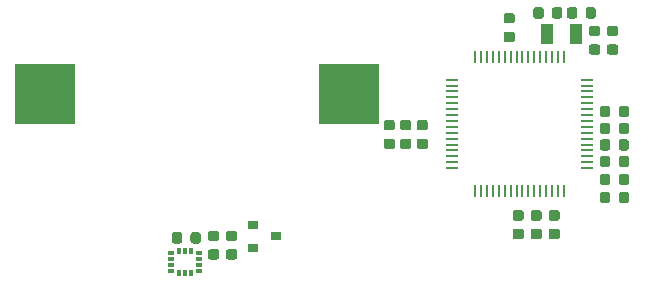
<source format=gbr>
G04 #@! TF.GenerationSoftware,KiCad,Pcbnew,5.0.2+dfsg1-1~bpo9+1*
G04 #@! TF.CreationDate,2019-04-08T01:26:03+03:00*
G04 #@! TF.ProjectId,kicad,6b696361-642e-46b6-9963-61645f706362,rev?*
G04 #@! TF.SameCoordinates,Original*
G04 #@! TF.FileFunction,Paste,Bot*
G04 #@! TF.FilePolarity,Positive*
%FSLAX46Y46*%
G04 Gerber Fmt 4.6, Leading zero omitted, Abs format (unit mm)*
G04 Created by KiCad (PCBNEW 5.0.2+dfsg1-1~bpo9+1) date Mon 08 Apr 2019 01:26:03 AM MSK*
%MOMM*%
%LPD*%
G01*
G04 APERTURE LIST*
%ADD10C,0.100000*%
%ADD11C,0.875000*%
%ADD12R,1.000000X0.250000*%
%ADD13R,0.250000X1.000000*%
%ADD14R,1.000000X1.800000*%
%ADD15R,0.580000X0.350000*%
%ADD16R,0.350000X0.580000*%
%ADD17R,5.080000X5.080000*%
%ADD18R,0.900000X0.800000*%
G04 APERTURE END LIST*
D10*
G04 #@! TO.C,R1*
G36*
X183171191Y-99983053D02*
X183192426Y-99986203D01*
X183213250Y-99991419D01*
X183233462Y-99998651D01*
X183252868Y-100007830D01*
X183271281Y-100018866D01*
X183288524Y-100031654D01*
X183304430Y-100046070D01*
X183318846Y-100061976D01*
X183331634Y-100079219D01*
X183342670Y-100097632D01*
X183351849Y-100117038D01*
X183359081Y-100137250D01*
X183364297Y-100158074D01*
X183367447Y-100179309D01*
X183368500Y-100200750D01*
X183368500Y-100713250D01*
X183367447Y-100734691D01*
X183364297Y-100755926D01*
X183359081Y-100776750D01*
X183351849Y-100796962D01*
X183342670Y-100816368D01*
X183331634Y-100834781D01*
X183318846Y-100852024D01*
X183304430Y-100867930D01*
X183288524Y-100882346D01*
X183271281Y-100895134D01*
X183252868Y-100906170D01*
X183233462Y-100915349D01*
X183213250Y-100922581D01*
X183192426Y-100927797D01*
X183171191Y-100930947D01*
X183149750Y-100932000D01*
X182712250Y-100932000D01*
X182690809Y-100930947D01*
X182669574Y-100927797D01*
X182648750Y-100922581D01*
X182628538Y-100915349D01*
X182609132Y-100906170D01*
X182590719Y-100895134D01*
X182573476Y-100882346D01*
X182557570Y-100867930D01*
X182543154Y-100852024D01*
X182530366Y-100834781D01*
X182519330Y-100816368D01*
X182510151Y-100796962D01*
X182502919Y-100776750D01*
X182497703Y-100755926D01*
X182494553Y-100734691D01*
X182493500Y-100713250D01*
X182493500Y-100200750D01*
X182494553Y-100179309D01*
X182497703Y-100158074D01*
X182502919Y-100137250D01*
X182510151Y-100117038D01*
X182519330Y-100097632D01*
X182530366Y-100079219D01*
X182543154Y-100061976D01*
X182557570Y-100046070D01*
X182573476Y-100031654D01*
X182590719Y-100018866D01*
X182609132Y-100007830D01*
X182628538Y-99998651D01*
X182648750Y-99991419D01*
X182669574Y-99986203D01*
X182690809Y-99983053D01*
X182712250Y-99982000D01*
X183149750Y-99982000D01*
X183171191Y-99983053D01*
X183171191Y-99983053D01*
G37*
D11*
X182931000Y-100457000D03*
D10*
G36*
X181596191Y-99983053D02*
X181617426Y-99986203D01*
X181638250Y-99991419D01*
X181658462Y-99998651D01*
X181677868Y-100007830D01*
X181696281Y-100018866D01*
X181713524Y-100031654D01*
X181729430Y-100046070D01*
X181743846Y-100061976D01*
X181756634Y-100079219D01*
X181767670Y-100097632D01*
X181776849Y-100117038D01*
X181784081Y-100137250D01*
X181789297Y-100158074D01*
X181792447Y-100179309D01*
X181793500Y-100200750D01*
X181793500Y-100713250D01*
X181792447Y-100734691D01*
X181789297Y-100755926D01*
X181784081Y-100776750D01*
X181776849Y-100796962D01*
X181767670Y-100816368D01*
X181756634Y-100834781D01*
X181743846Y-100852024D01*
X181729430Y-100867930D01*
X181713524Y-100882346D01*
X181696281Y-100895134D01*
X181677868Y-100906170D01*
X181658462Y-100915349D01*
X181638250Y-100922581D01*
X181617426Y-100927797D01*
X181596191Y-100930947D01*
X181574750Y-100932000D01*
X181137250Y-100932000D01*
X181115809Y-100930947D01*
X181094574Y-100927797D01*
X181073750Y-100922581D01*
X181053538Y-100915349D01*
X181034132Y-100906170D01*
X181015719Y-100895134D01*
X180998476Y-100882346D01*
X180982570Y-100867930D01*
X180968154Y-100852024D01*
X180955366Y-100834781D01*
X180944330Y-100816368D01*
X180935151Y-100796962D01*
X180927919Y-100776750D01*
X180922703Y-100755926D01*
X180919553Y-100734691D01*
X180918500Y-100713250D01*
X180918500Y-100200750D01*
X180919553Y-100179309D01*
X180922703Y-100158074D01*
X180927919Y-100137250D01*
X180935151Y-100117038D01*
X180944330Y-100097632D01*
X180955366Y-100079219D01*
X180968154Y-100061976D01*
X180982570Y-100046070D01*
X180998476Y-100031654D01*
X181015719Y-100018866D01*
X181034132Y-100007830D01*
X181053538Y-99998651D01*
X181073750Y-99991419D01*
X181094574Y-99986203D01*
X181115809Y-99983053D01*
X181137250Y-99982000D01*
X181574750Y-99982000D01*
X181596191Y-99983053D01*
X181596191Y-99983053D01*
G37*
D11*
X181356000Y-100457000D03*
G04 #@! TD*
D12*
G04 #@! TO.C,U1*
X168407080Y-92007560D03*
X168407080Y-92507560D03*
X168407080Y-93007560D03*
X168407080Y-93507560D03*
X168407080Y-94007560D03*
X168407080Y-94507560D03*
X168407080Y-95007560D03*
X168407080Y-95507560D03*
X168407080Y-96007560D03*
X168407080Y-96507560D03*
X168407080Y-97007560D03*
X168407080Y-97507560D03*
X168407080Y-98007560D03*
X168407080Y-98507560D03*
X168407080Y-99007560D03*
X168407080Y-99507560D03*
D13*
X170357080Y-101457560D03*
X170857080Y-101457560D03*
X171357080Y-101457560D03*
X171857080Y-101457560D03*
X172357080Y-101457560D03*
X172857080Y-101457560D03*
X173357080Y-101457560D03*
X173857080Y-101457560D03*
X174357080Y-101457560D03*
X174857080Y-101457560D03*
X175357080Y-101457560D03*
X175857080Y-101457560D03*
X176357080Y-101457560D03*
X176857080Y-101457560D03*
X177357080Y-101457560D03*
X177857080Y-101457560D03*
D12*
X179807080Y-99507560D03*
X179807080Y-99007560D03*
X179807080Y-98507560D03*
X179807080Y-98007560D03*
X179807080Y-97507560D03*
X179807080Y-97007560D03*
X179807080Y-96507560D03*
X179807080Y-96007560D03*
X179807080Y-95507560D03*
X179807080Y-95007560D03*
X179807080Y-94507560D03*
X179807080Y-94007560D03*
X179807080Y-93507560D03*
X179807080Y-93007560D03*
X179807080Y-92507560D03*
X179807080Y-92007560D03*
D13*
X177857080Y-90057560D03*
X177357080Y-90057560D03*
X176857080Y-90057560D03*
X176357080Y-90057560D03*
X175857080Y-90057560D03*
X175357080Y-90057560D03*
X174857080Y-90057560D03*
X174357080Y-90057560D03*
X173857080Y-90057560D03*
X173357080Y-90057560D03*
X172857080Y-90057560D03*
X172357080Y-90057560D03*
X171857080Y-90057560D03*
X171357080Y-90057560D03*
X170857080Y-90057560D03*
X170357080Y-90057560D03*
G04 #@! TD*
D14*
G04 #@! TO.C,Y1*
X176423000Y-88138000D03*
X178923000Y-88138000D03*
G04 #@! TD*
D10*
G04 #@! TO.C,C1*
G36*
X174267691Y-104643553D02*
X174288926Y-104646703D01*
X174309750Y-104651919D01*
X174329962Y-104659151D01*
X174349368Y-104668330D01*
X174367781Y-104679366D01*
X174385024Y-104692154D01*
X174400930Y-104706570D01*
X174415346Y-104722476D01*
X174428134Y-104739719D01*
X174439170Y-104758132D01*
X174448349Y-104777538D01*
X174455581Y-104797750D01*
X174460797Y-104818574D01*
X174463947Y-104839809D01*
X174465000Y-104861250D01*
X174465000Y-105298750D01*
X174463947Y-105320191D01*
X174460797Y-105341426D01*
X174455581Y-105362250D01*
X174448349Y-105382462D01*
X174439170Y-105401868D01*
X174428134Y-105420281D01*
X174415346Y-105437524D01*
X174400930Y-105453430D01*
X174385024Y-105467846D01*
X174367781Y-105480634D01*
X174349368Y-105491670D01*
X174329962Y-105500849D01*
X174309750Y-105508081D01*
X174288926Y-105513297D01*
X174267691Y-105516447D01*
X174246250Y-105517500D01*
X173733750Y-105517500D01*
X173712309Y-105516447D01*
X173691074Y-105513297D01*
X173670250Y-105508081D01*
X173650038Y-105500849D01*
X173630632Y-105491670D01*
X173612219Y-105480634D01*
X173594976Y-105467846D01*
X173579070Y-105453430D01*
X173564654Y-105437524D01*
X173551866Y-105420281D01*
X173540830Y-105401868D01*
X173531651Y-105382462D01*
X173524419Y-105362250D01*
X173519203Y-105341426D01*
X173516053Y-105320191D01*
X173515000Y-105298750D01*
X173515000Y-104861250D01*
X173516053Y-104839809D01*
X173519203Y-104818574D01*
X173524419Y-104797750D01*
X173531651Y-104777538D01*
X173540830Y-104758132D01*
X173551866Y-104739719D01*
X173564654Y-104722476D01*
X173579070Y-104706570D01*
X173594976Y-104692154D01*
X173612219Y-104679366D01*
X173630632Y-104668330D01*
X173650038Y-104659151D01*
X173670250Y-104651919D01*
X173691074Y-104646703D01*
X173712309Y-104643553D01*
X173733750Y-104642500D01*
X174246250Y-104642500D01*
X174267691Y-104643553D01*
X174267691Y-104643553D01*
G37*
D11*
X173990000Y-105080000D03*
D10*
G36*
X174267691Y-103068553D02*
X174288926Y-103071703D01*
X174309750Y-103076919D01*
X174329962Y-103084151D01*
X174349368Y-103093330D01*
X174367781Y-103104366D01*
X174385024Y-103117154D01*
X174400930Y-103131570D01*
X174415346Y-103147476D01*
X174428134Y-103164719D01*
X174439170Y-103183132D01*
X174448349Y-103202538D01*
X174455581Y-103222750D01*
X174460797Y-103243574D01*
X174463947Y-103264809D01*
X174465000Y-103286250D01*
X174465000Y-103723750D01*
X174463947Y-103745191D01*
X174460797Y-103766426D01*
X174455581Y-103787250D01*
X174448349Y-103807462D01*
X174439170Y-103826868D01*
X174428134Y-103845281D01*
X174415346Y-103862524D01*
X174400930Y-103878430D01*
X174385024Y-103892846D01*
X174367781Y-103905634D01*
X174349368Y-103916670D01*
X174329962Y-103925849D01*
X174309750Y-103933081D01*
X174288926Y-103938297D01*
X174267691Y-103941447D01*
X174246250Y-103942500D01*
X173733750Y-103942500D01*
X173712309Y-103941447D01*
X173691074Y-103938297D01*
X173670250Y-103933081D01*
X173650038Y-103925849D01*
X173630632Y-103916670D01*
X173612219Y-103905634D01*
X173594976Y-103892846D01*
X173579070Y-103878430D01*
X173564654Y-103862524D01*
X173551866Y-103845281D01*
X173540830Y-103826868D01*
X173531651Y-103807462D01*
X173524419Y-103787250D01*
X173519203Y-103766426D01*
X173516053Y-103745191D01*
X173515000Y-103723750D01*
X173515000Y-103286250D01*
X173516053Y-103264809D01*
X173519203Y-103243574D01*
X173524419Y-103222750D01*
X173531651Y-103202538D01*
X173540830Y-103183132D01*
X173551866Y-103164719D01*
X173564654Y-103147476D01*
X173579070Y-103131570D01*
X173594976Y-103117154D01*
X173612219Y-103104366D01*
X173630632Y-103093330D01*
X173650038Y-103084151D01*
X173670250Y-103076919D01*
X173691074Y-103071703D01*
X173712309Y-103068553D01*
X173733750Y-103067500D01*
X174246250Y-103067500D01*
X174267691Y-103068553D01*
X174267691Y-103068553D01*
G37*
D11*
X173990000Y-103505000D03*
G04 #@! TD*
D10*
G04 #@! TO.C,C3*
G36*
X183171191Y-95665053D02*
X183192426Y-95668203D01*
X183213250Y-95673419D01*
X183233462Y-95680651D01*
X183252868Y-95689830D01*
X183271281Y-95700866D01*
X183288524Y-95713654D01*
X183304430Y-95728070D01*
X183318846Y-95743976D01*
X183331634Y-95761219D01*
X183342670Y-95779632D01*
X183351849Y-95799038D01*
X183359081Y-95819250D01*
X183364297Y-95840074D01*
X183367447Y-95861309D01*
X183368500Y-95882750D01*
X183368500Y-96395250D01*
X183367447Y-96416691D01*
X183364297Y-96437926D01*
X183359081Y-96458750D01*
X183351849Y-96478962D01*
X183342670Y-96498368D01*
X183331634Y-96516781D01*
X183318846Y-96534024D01*
X183304430Y-96549930D01*
X183288524Y-96564346D01*
X183271281Y-96577134D01*
X183252868Y-96588170D01*
X183233462Y-96597349D01*
X183213250Y-96604581D01*
X183192426Y-96609797D01*
X183171191Y-96612947D01*
X183149750Y-96614000D01*
X182712250Y-96614000D01*
X182690809Y-96612947D01*
X182669574Y-96609797D01*
X182648750Y-96604581D01*
X182628538Y-96597349D01*
X182609132Y-96588170D01*
X182590719Y-96577134D01*
X182573476Y-96564346D01*
X182557570Y-96549930D01*
X182543154Y-96534024D01*
X182530366Y-96516781D01*
X182519330Y-96498368D01*
X182510151Y-96478962D01*
X182502919Y-96458750D01*
X182497703Y-96437926D01*
X182494553Y-96416691D01*
X182493500Y-96395250D01*
X182493500Y-95882750D01*
X182494553Y-95861309D01*
X182497703Y-95840074D01*
X182502919Y-95819250D01*
X182510151Y-95799038D01*
X182519330Y-95779632D01*
X182530366Y-95761219D01*
X182543154Y-95743976D01*
X182557570Y-95728070D01*
X182573476Y-95713654D01*
X182590719Y-95700866D01*
X182609132Y-95689830D01*
X182628538Y-95680651D01*
X182648750Y-95673419D01*
X182669574Y-95668203D01*
X182690809Y-95665053D01*
X182712250Y-95664000D01*
X183149750Y-95664000D01*
X183171191Y-95665053D01*
X183171191Y-95665053D01*
G37*
D11*
X182931000Y-96139000D03*
D10*
G36*
X181596191Y-95665053D02*
X181617426Y-95668203D01*
X181638250Y-95673419D01*
X181658462Y-95680651D01*
X181677868Y-95689830D01*
X181696281Y-95700866D01*
X181713524Y-95713654D01*
X181729430Y-95728070D01*
X181743846Y-95743976D01*
X181756634Y-95761219D01*
X181767670Y-95779632D01*
X181776849Y-95799038D01*
X181784081Y-95819250D01*
X181789297Y-95840074D01*
X181792447Y-95861309D01*
X181793500Y-95882750D01*
X181793500Y-96395250D01*
X181792447Y-96416691D01*
X181789297Y-96437926D01*
X181784081Y-96458750D01*
X181776849Y-96478962D01*
X181767670Y-96498368D01*
X181756634Y-96516781D01*
X181743846Y-96534024D01*
X181729430Y-96549930D01*
X181713524Y-96564346D01*
X181696281Y-96577134D01*
X181677868Y-96588170D01*
X181658462Y-96597349D01*
X181638250Y-96604581D01*
X181617426Y-96609797D01*
X181596191Y-96612947D01*
X181574750Y-96614000D01*
X181137250Y-96614000D01*
X181115809Y-96612947D01*
X181094574Y-96609797D01*
X181073750Y-96604581D01*
X181053538Y-96597349D01*
X181034132Y-96588170D01*
X181015719Y-96577134D01*
X180998476Y-96564346D01*
X180982570Y-96549930D01*
X180968154Y-96534024D01*
X180955366Y-96516781D01*
X180944330Y-96498368D01*
X180935151Y-96478962D01*
X180927919Y-96458750D01*
X180922703Y-96437926D01*
X180919553Y-96416691D01*
X180918500Y-96395250D01*
X180918500Y-95882750D01*
X180919553Y-95861309D01*
X180922703Y-95840074D01*
X180927919Y-95819250D01*
X180935151Y-95799038D01*
X180944330Y-95779632D01*
X180955366Y-95761219D01*
X180968154Y-95743976D01*
X180982570Y-95728070D01*
X180998476Y-95713654D01*
X181015719Y-95700866D01*
X181034132Y-95689830D01*
X181053538Y-95680651D01*
X181073750Y-95673419D01*
X181094574Y-95668203D01*
X181115809Y-95665053D01*
X181137250Y-95664000D01*
X181574750Y-95664000D01*
X181596191Y-95665053D01*
X181596191Y-95665053D01*
G37*
D11*
X181356000Y-96139000D03*
G04 #@! TD*
D10*
G04 #@! TO.C,C4*
G36*
X166139691Y-95423053D02*
X166160926Y-95426203D01*
X166181750Y-95431419D01*
X166201962Y-95438651D01*
X166221368Y-95447830D01*
X166239781Y-95458866D01*
X166257024Y-95471654D01*
X166272930Y-95486070D01*
X166287346Y-95501976D01*
X166300134Y-95519219D01*
X166311170Y-95537632D01*
X166320349Y-95557038D01*
X166327581Y-95577250D01*
X166332797Y-95598074D01*
X166335947Y-95619309D01*
X166337000Y-95640750D01*
X166337000Y-96078250D01*
X166335947Y-96099691D01*
X166332797Y-96120926D01*
X166327581Y-96141750D01*
X166320349Y-96161962D01*
X166311170Y-96181368D01*
X166300134Y-96199781D01*
X166287346Y-96217024D01*
X166272930Y-96232930D01*
X166257024Y-96247346D01*
X166239781Y-96260134D01*
X166221368Y-96271170D01*
X166201962Y-96280349D01*
X166181750Y-96287581D01*
X166160926Y-96292797D01*
X166139691Y-96295947D01*
X166118250Y-96297000D01*
X165605750Y-96297000D01*
X165584309Y-96295947D01*
X165563074Y-96292797D01*
X165542250Y-96287581D01*
X165522038Y-96280349D01*
X165502632Y-96271170D01*
X165484219Y-96260134D01*
X165466976Y-96247346D01*
X165451070Y-96232930D01*
X165436654Y-96217024D01*
X165423866Y-96199781D01*
X165412830Y-96181368D01*
X165403651Y-96161962D01*
X165396419Y-96141750D01*
X165391203Y-96120926D01*
X165388053Y-96099691D01*
X165387000Y-96078250D01*
X165387000Y-95640750D01*
X165388053Y-95619309D01*
X165391203Y-95598074D01*
X165396419Y-95577250D01*
X165403651Y-95557038D01*
X165412830Y-95537632D01*
X165423866Y-95519219D01*
X165436654Y-95501976D01*
X165451070Y-95486070D01*
X165466976Y-95471654D01*
X165484219Y-95458866D01*
X165502632Y-95447830D01*
X165522038Y-95438651D01*
X165542250Y-95431419D01*
X165563074Y-95426203D01*
X165584309Y-95423053D01*
X165605750Y-95422000D01*
X166118250Y-95422000D01*
X166139691Y-95423053D01*
X166139691Y-95423053D01*
G37*
D11*
X165862000Y-95859500D03*
D10*
G36*
X166139691Y-96998053D02*
X166160926Y-97001203D01*
X166181750Y-97006419D01*
X166201962Y-97013651D01*
X166221368Y-97022830D01*
X166239781Y-97033866D01*
X166257024Y-97046654D01*
X166272930Y-97061070D01*
X166287346Y-97076976D01*
X166300134Y-97094219D01*
X166311170Y-97112632D01*
X166320349Y-97132038D01*
X166327581Y-97152250D01*
X166332797Y-97173074D01*
X166335947Y-97194309D01*
X166337000Y-97215750D01*
X166337000Y-97653250D01*
X166335947Y-97674691D01*
X166332797Y-97695926D01*
X166327581Y-97716750D01*
X166320349Y-97736962D01*
X166311170Y-97756368D01*
X166300134Y-97774781D01*
X166287346Y-97792024D01*
X166272930Y-97807930D01*
X166257024Y-97822346D01*
X166239781Y-97835134D01*
X166221368Y-97846170D01*
X166201962Y-97855349D01*
X166181750Y-97862581D01*
X166160926Y-97867797D01*
X166139691Y-97870947D01*
X166118250Y-97872000D01*
X165605750Y-97872000D01*
X165584309Y-97870947D01*
X165563074Y-97867797D01*
X165542250Y-97862581D01*
X165522038Y-97855349D01*
X165502632Y-97846170D01*
X165484219Y-97835134D01*
X165466976Y-97822346D01*
X165451070Y-97807930D01*
X165436654Y-97792024D01*
X165423866Y-97774781D01*
X165412830Y-97756368D01*
X165403651Y-97736962D01*
X165396419Y-97716750D01*
X165391203Y-97695926D01*
X165388053Y-97674691D01*
X165387000Y-97653250D01*
X165387000Y-97215750D01*
X165388053Y-97194309D01*
X165391203Y-97173074D01*
X165396419Y-97152250D01*
X165403651Y-97132038D01*
X165412830Y-97112632D01*
X165423866Y-97094219D01*
X165436654Y-97076976D01*
X165451070Y-97061070D01*
X165466976Y-97046654D01*
X165484219Y-97033866D01*
X165502632Y-97022830D01*
X165522038Y-97013651D01*
X165542250Y-97006419D01*
X165563074Y-97001203D01*
X165584309Y-96998053D01*
X165605750Y-96997000D01*
X166118250Y-96997000D01*
X166139691Y-96998053D01*
X166139691Y-96998053D01*
G37*
D11*
X165862000Y-97434500D03*
G04 #@! TD*
D10*
G04 #@! TO.C,C5*
G36*
X164742691Y-95423053D02*
X164763926Y-95426203D01*
X164784750Y-95431419D01*
X164804962Y-95438651D01*
X164824368Y-95447830D01*
X164842781Y-95458866D01*
X164860024Y-95471654D01*
X164875930Y-95486070D01*
X164890346Y-95501976D01*
X164903134Y-95519219D01*
X164914170Y-95537632D01*
X164923349Y-95557038D01*
X164930581Y-95577250D01*
X164935797Y-95598074D01*
X164938947Y-95619309D01*
X164940000Y-95640750D01*
X164940000Y-96078250D01*
X164938947Y-96099691D01*
X164935797Y-96120926D01*
X164930581Y-96141750D01*
X164923349Y-96161962D01*
X164914170Y-96181368D01*
X164903134Y-96199781D01*
X164890346Y-96217024D01*
X164875930Y-96232930D01*
X164860024Y-96247346D01*
X164842781Y-96260134D01*
X164824368Y-96271170D01*
X164804962Y-96280349D01*
X164784750Y-96287581D01*
X164763926Y-96292797D01*
X164742691Y-96295947D01*
X164721250Y-96297000D01*
X164208750Y-96297000D01*
X164187309Y-96295947D01*
X164166074Y-96292797D01*
X164145250Y-96287581D01*
X164125038Y-96280349D01*
X164105632Y-96271170D01*
X164087219Y-96260134D01*
X164069976Y-96247346D01*
X164054070Y-96232930D01*
X164039654Y-96217024D01*
X164026866Y-96199781D01*
X164015830Y-96181368D01*
X164006651Y-96161962D01*
X163999419Y-96141750D01*
X163994203Y-96120926D01*
X163991053Y-96099691D01*
X163990000Y-96078250D01*
X163990000Y-95640750D01*
X163991053Y-95619309D01*
X163994203Y-95598074D01*
X163999419Y-95577250D01*
X164006651Y-95557038D01*
X164015830Y-95537632D01*
X164026866Y-95519219D01*
X164039654Y-95501976D01*
X164054070Y-95486070D01*
X164069976Y-95471654D01*
X164087219Y-95458866D01*
X164105632Y-95447830D01*
X164125038Y-95438651D01*
X164145250Y-95431419D01*
X164166074Y-95426203D01*
X164187309Y-95423053D01*
X164208750Y-95422000D01*
X164721250Y-95422000D01*
X164742691Y-95423053D01*
X164742691Y-95423053D01*
G37*
D11*
X164465000Y-95859500D03*
D10*
G36*
X164742691Y-96998053D02*
X164763926Y-97001203D01*
X164784750Y-97006419D01*
X164804962Y-97013651D01*
X164824368Y-97022830D01*
X164842781Y-97033866D01*
X164860024Y-97046654D01*
X164875930Y-97061070D01*
X164890346Y-97076976D01*
X164903134Y-97094219D01*
X164914170Y-97112632D01*
X164923349Y-97132038D01*
X164930581Y-97152250D01*
X164935797Y-97173074D01*
X164938947Y-97194309D01*
X164940000Y-97215750D01*
X164940000Y-97653250D01*
X164938947Y-97674691D01*
X164935797Y-97695926D01*
X164930581Y-97716750D01*
X164923349Y-97736962D01*
X164914170Y-97756368D01*
X164903134Y-97774781D01*
X164890346Y-97792024D01*
X164875930Y-97807930D01*
X164860024Y-97822346D01*
X164842781Y-97835134D01*
X164824368Y-97846170D01*
X164804962Y-97855349D01*
X164784750Y-97862581D01*
X164763926Y-97867797D01*
X164742691Y-97870947D01*
X164721250Y-97872000D01*
X164208750Y-97872000D01*
X164187309Y-97870947D01*
X164166074Y-97867797D01*
X164145250Y-97862581D01*
X164125038Y-97855349D01*
X164105632Y-97846170D01*
X164087219Y-97835134D01*
X164069976Y-97822346D01*
X164054070Y-97807930D01*
X164039654Y-97792024D01*
X164026866Y-97774781D01*
X164015830Y-97756368D01*
X164006651Y-97736962D01*
X163999419Y-97716750D01*
X163994203Y-97695926D01*
X163991053Y-97674691D01*
X163990000Y-97653250D01*
X163990000Y-97215750D01*
X163991053Y-97194309D01*
X163994203Y-97173074D01*
X163999419Y-97152250D01*
X164006651Y-97132038D01*
X164015830Y-97112632D01*
X164026866Y-97094219D01*
X164039654Y-97076976D01*
X164054070Y-97061070D01*
X164069976Y-97046654D01*
X164087219Y-97033866D01*
X164105632Y-97022830D01*
X164125038Y-97013651D01*
X164145250Y-97006419D01*
X164166074Y-97001203D01*
X164187309Y-96998053D01*
X164208750Y-96997000D01*
X164721250Y-96997000D01*
X164742691Y-96998053D01*
X164742691Y-96998053D01*
G37*
D11*
X164465000Y-97434500D03*
G04 #@! TD*
D10*
G04 #@! TO.C,C6*
G36*
X181596191Y-97062053D02*
X181617426Y-97065203D01*
X181638250Y-97070419D01*
X181658462Y-97077651D01*
X181677868Y-97086830D01*
X181696281Y-97097866D01*
X181713524Y-97110654D01*
X181729430Y-97125070D01*
X181743846Y-97140976D01*
X181756634Y-97158219D01*
X181767670Y-97176632D01*
X181776849Y-97196038D01*
X181784081Y-97216250D01*
X181789297Y-97237074D01*
X181792447Y-97258309D01*
X181793500Y-97279750D01*
X181793500Y-97792250D01*
X181792447Y-97813691D01*
X181789297Y-97834926D01*
X181784081Y-97855750D01*
X181776849Y-97875962D01*
X181767670Y-97895368D01*
X181756634Y-97913781D01*
X181743846Y-97931024D01*
X181729430Y-97946930D01*
X181713524Y-97961346D01*
X181696281Y-97974134D01*
X181677868Y-97985170D01*
X181658462Y-97994349D01*
X181638250Y-98001581D01*
X181617426Y-98006797D01*
X181596191Y-98009947D01*
X181574750Y-98011000D01*
X181137250Y-98011000D01*
X181115809Y-98009947D01*
X181094574Y-98006797D01*
X181073750Y-98001581D01*
X181053538Y-97994349D01*
X181034132Y-97985170D01*
X181015719Y-97974134D01*
X180998476Y-97961346D01*
X180982570Y-97946930D01*
X180968154Y-97931024D01*
X180955366Y-97913781D01*
X180944330Y-97895368D01*
X180935151Y-97875962D01*
X180927919Y-97855750D01*
X180922703Y-97834926D01*
X180919553Y-97813691D01*
X180918500Y-97792250D01*
X180918500Y-97279750D01*
X180919553Y-97258309D01*
X180922703Y-97237074D01*
X180927919Y-97216250D01*
X180935151Y-97196038D01*
X180944330Y-97176632D01*
X180955366Y-97158219D01*
X180968154Y-97140976D01*
X180982570Y-97125070D01*
X180998476Y-97110654D01*
X181015719Y-97097866D01*
X181034132Y-97086830D01*
X181053538Y-97077651D01*
X181073750Y-97070419D01*
X181094574Y-97065203D01*
X181115809Y-97062053D01*
X181137250Y-97061000D01*
X181574750Y-97061000D01*
X181596191Y-97062053D01*
X181596191Y-97062053D01*
G37*
D11*
X181356000Y-97536000D03*
D10*
G36*
X183171191Y-97062053D02*
X183192426Y-97065203D01*
X183213250Y-97070419D01*
X183233462Y-97077651D01*
X183252868Y-97086830D01*
X183271281Y-97097866D01*
X183288524Y-97110654D01*
X183304430Y-97125070D01*
X183318846Y-97140976D01*
X183331634Y-97158219D01*
X183342670Y-97176632D01*
X183351849Y-97196038D01*
X183359081Y-97216250D01*
X183364297Y-97237074D01*
X183367447Y-97258309D01*
X183368500Y-97279750D01*
X183368500Y-97792250D01*
X183367447Y-97813691D01*
X183364297Y-97834926D01*
X183359081Y-97855750D01*
X183351849Y-97875962D01*
X183342670Y-97895368D01*
X183331634Y-97913781D01*
X183318846Y-97931024D01*
X183304430Y-97946930D01*
X183288524Y-97961346D01*
X183271281Y-97974134D01*
X183252868Y-97985170D01*
X183233462Y-97994349D01*
X183213250Y-98001581D01*
X183192426Y-98006797D01*
X183171191Y-98009947D01*
X183149750Y-98011000D01*
X182712250Y-98011000D01*
X182690809Y-98009947D01*
X182669574Y-98006797D01*
X182648750Y-98001581D01*
X182628538Y-97994349D01*
X182609132Y-97985170D01*
X182590719Y-97974134D01*
X182573476Y-97961346D01*
X182557570Y-97946930D01*
X182543154Y-97931024D01*
X182530366Y-97913781D01*
X182519330Y-97895368D01*
X182510151Y-97875962D01*
X182502919Y-97855750D01*
X182497703Y-97834926D01*
X182494553Y-97813691D01*
X182493500Y-97792250D01*
X182493500Y-97279750D01*
X182494553Y-97258309D01*
X182497703Y-97237074D01*
X182502919Y-97216250D01*
X182510151Y-97196038D01*
X182519330Y-97176632D01*
X182530366Y-97158219D01*
X182543154Y-97140976D01*
X182557570Y-97125070D01*
X182573476Y-97110654D01*
X182590719Y-97097866D01*
X182609132Y-97086830D01*
X182628538Y-97077651D01*
X182648750Y-97070419D01*
X182669574Y-97065203D01*
X182690809Y-97062053D01*
X182712250Y-97061000D01*
X183149750Y-97061000D01*
X183171191Y-97062053D01*
X183171191Y-97062053D01*
G37*
D11*
X182931000Y-97536000D03*
G04 #@! TD*
D10*
G04 #@! TO.C,C7*
G36*
X183171191Y-94229953D02*
X183192426Y-94233103D01*
X183213250Y-94238319D01*
X183233462Y-94245551D01*
X183252868Y-94254730D01*
X183271281Y-94265766D01*
X183288524Y-94278554D01*
X183304430Y-94292970D01*
X183318846Y-94308876D01*
X183331634Y-94326119D01*
X183342670Y-94344532D01*
X183351849Y-94363938D01*
X183359081Y-94384150D01*
X183364297Y-94404974D01*
X183367447Y-94426209D01*
X183368500Y-94447650D01*
X183368500Y-94960150D01*
X183367447Y-94981591D01*
X183364297Y-95002826D01*
X183359081Y-95023650D01*
X183351849Y-95043862D01*
X183342670Y-95063268D01*
X183331634Y-95081681D01*
X183318846Y-95098924D01*
X183304430Y-95114830D01*
X183288524Y-95129246D01*
X183271281Y-95142034D01*
X183252868Y-95153070D01*
X183233462Y-95162249D01*
X183213250Y-95169481D01*
X183192426Y-95174697D01*
X183171191Y-95177847D01*
X183149750Y-95178900D01*
X182712250Y-95178900D01*
X182690809Y-95177847D01*
X182669574Y-95174697D01*
X182648750Y-95169481D01*
X182628538Y-95162249D01*
X182609132Y-95153070D01*
X182590719Y-95142034D01*
X182573476Y-95129246D01*
X182557570Y-95114830D01*
X182543154Y-95098924D01*
X182530366Y-95081681D01*
X182519330Y-95063268D01*
X182510151Y-95043862D01*
X182502919Y-95023650D01*
X182497703Y-95002826D01*
X182494553Y-94981591D01*
X182493500Y-94960150D01*
X182493500Y-94447650D01*
X182494553Y-94426209D01*
X182497703Y-94404974D01*
X182502919Y-94384150D01*
X182510151Y-94363938D01*
X182519330Y-94344532D01*
X182530366Y-94326119D01*
X182543154Y-94308876D01*
X182557570Y-94292970D01*
X182573476Y-94278554D01*
X182590719Y-94265766D01*
X182609132Y-94254730D01*
X182628538Y-94245551D01*
X182648750Y-94238319D01*
X182669574Y-94233103D01*
X182690809Y-94229953D01*
X182712250Y-94228900D01*
X183149750Y-94228900D01*
X183171191Y-94229953D01*
X183171191Y-94229953D01*
G37*
D11*
X182931000Y-94703900D03*
D10*
G36*
X181596191Y-94229953D02*
X181617426Y-94233103D01*
X181638250Y-94238319D01*
X181658462Y-94245551D01*
X181677868Y-94254730D01*
X181696281Y-94265766D01*
X181713524Y-94278554D01*
X181729430Y-94292970D01*
X181743846Y-94308876D01*
X181756634Y-94326119D01*
X181767670Y-94344532D01*
X181776849Y-94363938D01*
X181784081Y-94384150D01*
X181789297Y-94404974D01*
X181792447Y-94426209D01*
X181793500Y-94447650D01*
X181793500Y-94960150D01*
X181792447Y-94981591D01*
X181789297Y-95002826D01*
X181784081Y-95023650D01*
X181776849Y-95043862D01*
X181767670Y-95063268D01*
X181756634Y-95081681D01*
X181743846Y-95098924D01*
X181729430Y-95114830D01*
X181713524Y-95129246D01*
X181696281Y-95142034D01*
X181677868Y-95153070D01*
X181658462Y-95162249D01*
X181638250Y-95169481D01*
X181617426Y-95174697D01*
X181596191Y-95177847D01*
X181574750Y-95178900D01*
X181137250Y-95178900D01*
X181115809Y-95177847D01*
X181094574Y-95174697D01*
X181073750Y-95169481D01*
X181053538Y-95162249D01*
X181034132Y-95153070D01*
X181015719Y-95142034D01*
X180998476Y-95129246D01*
X180982570Y-95114830D01*
X180968154Y-95098924D01*
X180955366Y-95081681D01*
X180944330Y-95063268D01*
X180935151Y-95043862D01*
X180927919Y-95023650D01*
X180922703Y-95002826D01*
X180919553Y-94981591D01*
X180918500Y-94960150D01*
X180918500Y-94447650D01*
X180919553Y-94426209D01*
X180922703Y-94404974D01*
X180927919Y-94384150D01*
X180935151Y-94363938D01*
X180944330Y-94344532D01*
X180955366Y-94326119D01*
X180968154Y-94308876D01*
X180982570Y-94292970D01*
X180998476Y-94278554D01*
X181015719Y-94265766D01*
X181034132Y-94254730D01*
X181053538Y-94245551D01*
X181073750Y-94238319D01*
X181094574Y-94233103D01*
X181115809Y-94229953D01*
X181137250Y-94228900D01*
X181574750Y-94228900D01*
X181596191Y-94229953D01*
X181596191Y-94229953D01*
G37*
D11*
X181356000Y-94703900D03*
G04 #@! TD*
D10*
G04 #@! TO.C,C8*
G36*
X183171191Y-98459053D02*
X183192426Y-98462203D01*
X183213250Y-98467419D01*
X183233462Y-98474651D01*
X183252868Y-98483830D01*
X183271281Y-98494866D01*
X183288524Y-98507654D01*
X183304430Y-98522070D01*
X183318846Y-98537976D01*
X183331634Y-98555219D01*
X183342670Y-98573632D01*
X183351849Y-98593038D01*
X183359081Y-98613250D01*
X183364297Y-98634074D01*
X183367447Y-98655309D01*
X183368500Y-98676750D01*
X183368500Y-99189250D01*
X183367447Y-99210691D01*
X183364297Y-99231926D01*
X183359081Y-99252750D01*
X183351849Y-99272962D01*
X183342670Y-99292368D01*
X183331634Y-99310781D01*
X183318846Y-99328024D01*
X183304430Y-99343930D01*
X183288524Y-99358346D01*
X183271281Y-99371134D01*
X183252868Y-99382170D01*
X183233462Y-99391349D01*
X183213250Y-99398581D01*
X183192426Y-99403797D01*
X183171191Y-99406947D01*
X183149750Y-99408000D01*
X182712250Y-99408000D01*
X182690809Y-99406947D01*
X182669574Y-99403797D01*
X182648750Y-99398581D01*
X182628538Y-99391349D01*
X182609132Y-99382170D01*
X182590719Y-99371134D01*
X182573476Y-99358346D01*
X182557570Y-99343930D01*
X182543154Y-99328024D01*
X182530366Y-99310781D01*
X182519330Y-99292368D01*
X182510151Y-99272962D01*
X182502919Y-99252750D01*
X182497703Y-99231926D01*
X182494553Y-99210691D01*
X182493500Y-99189250D01*
X182493500Y-98676750D01*
X182494553Y-98655309D01*
X182497703Y-98634074D01*
X182502919Y-98613250D01*
X182510151Y-98593038D01*
X182519330Y-98573632D01*
X182530366Y-98555219D01*
X182543154Y-98537976D01*
X182557570Y-98522070D01*
X182573476Y-98507654D01*
X182590719Y-98494866D01*
X182609132Y-98483830D01*
X182628538Y-98474651D01*
X182648750Y-98467419D01*
X182669574Y-98462203D01*
X182690809Y-98459053D01*
X182712250Y-98458000D01*
X183149750Y-98458000D01*
X183171191Y-98459053D01*
X183171191Y-98459053D01*
G37*
D11*
X182931000Y-98933000D03*
D10*
G36*
X181596191Y-98459053D02*
X181617426Y-98462203D01*
X181638250Y-98467419D01*
X181658462Y-98474651D01*
X181677868Y-98483830D01*
X181696281Y-98494866D01*
X181713524Y-98507654D01*
X181729430Y-98522070D01*
X181743846Y-98537976D01*
X181756634Y-98555219D01*
X181767670Y-98573632D01*
X181776849Y-98593038D01*
X181784081Y-98613250D01*
X181789297Y-98634074D01*
X181792447Y-98655309D01*
X181793500Y-98676750D01*
X181793500Y-99189250D01*
X181792447Y-99210691D01*
X181789297Y-99231926D01*
X181784081Y-99252750D01*
X181776849Y-99272962D01*
X181767670Y-99292368D01*
X181756634Y-99310781D01*
X181743846Y-99328024D01*
X181729430Y-99343930D01*
X181713524Y-99358346D01*
X181696281Y-99371134D01*
X181677868Y-99382170D01*
X181658462Y-99391349D01*
X181638250Y-99398581D01*
X181617426Y-99403797D01*
X181596191Y-99406947D01*
X181574750Y-99408000D01*
X181137250Y-99408000D01*
X181115809Y-99406947D01*
X181094574Y-99403797D01*
X181073750Y-99398581D01*
X181053538Y-99391349D01*
X181034132Y-99382170D01*
X181015719Y-99371134D01*
X180998476Y-99358346D01*
X180982570Y-99343930D01*
X180968154Y-99328024D01*
X180955366Y-99310781D01*
X180944330Y-99292368D01*
X180935151Y-99272962D01*
X180927919Y-99252750D01*
X180922703Y-99231926D01*
X180919553Y-99210691D01*
X180918500Y-99189250D01*
X180918500Y-98676750D01*
X180919553Y-98655309D01*
X180922703Y-98634074D01*
X180927919Y-98613250D01*
X180935151Y-98593038D01*
X180944330Y-98573632D01*
X180955366Y-98555219D01*
X180968154Y-98537976D01*
X180982570Y-98522070D01*
X180998476Y-98507654D01*
X181015719Y-98494866D01*
X181034132Y-98483830D01*
X181053538Y-98474651D01*
X181073750Y-98467419D01*
X181094574Y-98462203D01*
X181115809Y-98459053D01*
X181137250Y-98458000D01*
X181574750Y-98458000D01*
X181596191Y-98459053D01*
X181596191Y-98459053D01*
G37*
D11*
X181356000Y-98933000D03*
G04 #@! TD*
D10*
G04 #@! TO.C,C9*
G36*
X175791691Y-104643553D02*
X175812926Y-104646703D01*
X175833750Y-104651919D01*
X175853962Y-104659151D01*
X175873368Y-104668330D01*
X175891781Y-104679366D01*
X175909024Y-104692154D01*
X175924930Y-104706570D01*
X175939346Y-104722476D01*
X175952134Y-104739719D01*
X175963170Y-104758132D01*
X175972349Y-104777538D01*
X175979581Y-104797750D01*
X175984797Y-104818574D01*
X175987947Y-104839809D01*
X175989000Y-104861250D01*
X175989000Y-105298750D01*
X175987947Y-105320191D01*
X175984797Y-105341426D01*
X175979581Y-105362250D01*
X175972349Y-105382462D01*
X175963170Y-105401868D01*
X175952134Y-105420281D01*
X175939346Y-105437524D01*
X175924930Y-105453430D01*
X175909024Y-105467846D01*
X175891781Y-105480634D01*
X175873368Y-105491670D01*
X175853962Y-105500849D01*
X175833750Y-105508081D01*
X175812926Y-105513297D01*
X175791691Y-105516447D01*
X175770250Y-105517500D01*
X175257750Y-105517500D01*
X175236309Y-105516447D01*
X175215074Y-105513297D01*
X175194250Y-105508081D01*
X175174038Y-105500849D01*
X175154632Y-105491670D01*
X175136219Y-105480634D01*
X175118976Y-105467846D01*
X175103070Y-105453430D01*
X175088654Y-105437524D01*
X175075866Y-105420281D01*
X175064830Y-105401868D01*
X175055651Y-105382462D01*
X175048419Y-105362250D01*
X175043203Y-105341426D01*
X175040053Y-105320191D01*
X175039000Y-105298750D01*
X175039000Y-104861250D01*
X175040053Y-104839809D01*
X175043203Y-104818574D01*
X175048419Y-104797750D01*
X175055651Y-104777538D01*
X175064830Y-104758132D01*
X175075866Y-104739719D01*
X175088654Y-104722476D01*
X175103070Y-104706570D01*
X175118976Y-104692154D01*
X175136219Y-104679366D01*
X175154632Y-104668330D01*
X175174038Y-104659151D01*
X175194250Y-104651919D01*
X175215074Y-104646703D01*
X175236309Y-104643553D01*
X175257750Y-104642500D01*
X175770250Y-104642500D01*
X175791691Y-104643553D01*
X175791691Y-104643553D01*
G37*
D11*
X175514000Y-105080000D03*
D10*
G36*
X175791691Y-103068553D02*
X175812926Y-103071703D01*
X175833750Y-103076919D01*
X175853962Y-103084151D01*
X175873368Y-103093330D01*
X175891781Y-103104366D01*
X175909024Y-103117154D01*
X175924930Y-103131570D01*
X175939346Y-103147476D01*
X175952134Y-103164719D01*
X175963170Y-103183132D01*
X175972349Y-103202538D01*
X175979581Y-103222750D01*
X175984797Y-103243574D01*
X175987947Y-103264809D01*
X175989000Y-103286250D01*
X175989000Y-103723750D01*
X175987947Y-103745191D01*
X175984797Y-103766426D01*
X175979581Y-103787250D01*
X175972349Y-103807462D01*
X175963170Y-103826868D01*
X175952134Y-103845281D01*
X175939346Y-103862524D01*
X175924930Y-103878430D01*
X175909024Y-103892846D01*
X175891781Y-103905634D01*
X175873368Y-103916670D01*
X175853962Y-103925849D01*
X175833750Y-103933081D01*
X175812926Y-103938297D01*
X175791691Y-103941447D01*
X175770250Y-103942500D01*
X175257750Y-103942500D01*
X175236309Y-103941447D01*
X175215074Y-103938297D01*
X175194250Y-103933081D01*
X175174038Y-103925849D01*
X175154632Y-103916670D01*
X175136219Y-103905634D01*
X175118976Y-103892846D01*
X175103070Y-103878430D01*
X175088654Y-103862524D01*
X175075866Y-103845281D01*
X175064830Y-103826868D01*
X175055651Y-103807462D01*
X175048419Y-103787250D01*
X175043203Y-103766426D01*
X175040053Y-103745191D01*
X175039000Y-103723750D01*
X175039000Y-103286250D01*
X175040053Y-103264809D01*
X175043203Y-103243574D01*
X175048419Y-103222750D01*
X175055651Y-103202538D01*
X175064830Y-103183132D01*
X175075866Y-103164719D01*
X175088654Y-103147476D01*
X175103070Y-103131570D01*
X175118976Y-103117154D01*
X175136219Y-103104366D01*
X175154632Y-103093330D01*
X175174038Y-103084151D01*
X175194250Y-103076919D01*
X175215074Y-103071703D01*
X175236309Y-103068553D01*
X175257750Y-103067500D01*
X175770250Y-103067500D01*
X175791691Y-103068553D01*
X175791691Y-103068553D01*
G37*
D11*
X175514000Y-103505000D03*
G04 #@! TD*
D10*
G04 #@! TO.C,C10*
G36*
X177315691Y-104643553D02*
X177336926Y-104646703D01*
X177357750Y-104651919D01*
X177377962Y-104659151D01*
X177397368Y-104668330D01*
X177415781Y-104679366D01*
X177433024Y-104692154D01*
X177448930Y-104706570D01*
X177463346Y-104722476D01*
X177476134Y-104739719D01*
X177487170Y-104758132D01*
X177496349Y-104777538D01*
X177503581Y-104797750D01*
X177508797Y-104818574D01*
X177511947Y-104839809D01*
X177513000Y-104861250D01*
X177513000Y-105298750D01*
X177511947Y-105320191D01*
X177508797Y-105341426D01*
X177503581Y-105362250D01*
X177496349Y-105382462D01*
X177487170Y-105401868D01*
X177476134Y-105420281D01*
X177463346Y-105437524D01*
X177448930Y-105453430D01*
X177433024Y-105467846D01*
X177415781Y-105480634D01*
X177397368Y-105491670D01*
X177377962Y-105500849D01*
X177357750Y-105508081D01*
X177336926Y-105513297D01*
X177315691Y-105516447D01*
X177294250Y-105517500D01*
X176781750Y-105517500D01*
X176760309Y-105516447D01*
X176739074Y-105513297D01*
X176718250Y-105508081D01*
X176698038Y-105500849D01*
X176678632Y-105491670D01*
X176660219Y-105480634D01*
X176642976Y-105467846D01*
X176627070Y-105453430D01*
X176612654Y-105437524D01*
X176599866Y-105420281D01*
X176588830Y-105401868D01*
X176579651Y-105382462D01*
X176572419Y-105362250D01*
X176567203Y-105341426D01*
X176564053Y-105320191D01*
X176563000Y-105298750D01*
X176563000Y-104861250D01*
X176564053Y-104839809D01*
X176567203Y-104818574D01*
X176572419Y-104797750D01*
X176579651Y-104777538D01*
X176588830Y-104758132D01*
X176599866Y-104739719D01*
X176612654Y-104722476D01*
X176627070Y-104706570D01*
X176642976Y-104692154D01*
X176660219Y-104679366D01*
X176678632Y-104668330D01*
X176698038Y-104659151D01*
X176718250Y-104651919D01*
X176739074Y-104646703D01*
X176760309Y-104643553D01*
X176781750Y-104642500D01*
X177294250Y-104642500D01*
X177315691Y-104643553D01*
X177315691Y-104643553D01*
G37*
D11*
X177038000Y-105080000D03*
D10*
G36*
X177315691Y-103068553D02*
X177336926Y-103071703D01*
X177357750Y-103076919D01*
X177377962Y-103084151D01*
X177397368Y-103093330D01*
X177415781Y-103104366D01*
X177433024Y-103117154D01*
X177448930Y-103131570D01*
X177463346Y-103147476D01*
X177476134Y-103164719D01*
X177487170Y-103183132D01*
X177496349Y-103202538D01*
X177503581Y-103222750D01*
X177508797Y-103243574D01*
X177511947Y-103264809D01*
X177513000Y-103286250D01*
X177513000Y-103723750D01*
X177511947Y-103745191D01*
X177508797Y-103766426D01*
X177503581Y-103787250D01*
X177496349Y-103807462D01*
X177487170Y-103826868D01*
X177476134Y-103845281D01*
X177463346Y-103862524D01*
X177448930Y-103878430D01*
X177433024Y-103892846D01*
X177415781Y-103905634D01*
X177397368Y-103916670D01*
X177377962Y-103925849D01*
X177357750Y-103933081D01*
X177336926Y-103938297D01*
X177315691Y-103941447D01*
X177294250Y-103942500D01*
X176781750Y-103942500D01*
X176760309Y-103941447D01*
X176739074Y-103938297D01*
X176718250Y-103933081D01*
X176698038Y-103925849D01*
X176678632Y-103916670D01*
X176660219Y-103905634D01*
X176642976Y-103892846D01*
X176627070Y-103878430D01*
X176612654Y-103862524D01*
X176599866Y-103845281D01*
X176588830Y-103826868D01*
X176579651Y-103807462D01*
X176572419Y-103787250D01*
X176567203Y-103766426D01*
X176564053Y-103745191D01*
X176563000Y-103723750D01*
X176563000Y-103286250D01*
X176564053Y-103264809D01*
X176567203Y-103243574D01*
X176572419Y-103222750D01*
X176579651Y-103202538D01*
X176588830Y-103183132D01*
X176599866Y-103164719D01*
X176612654Y-103147476D01*
X176627070Y-103131570D01*
X176642976Y-103117154D01*
X176660219Y-103104366D01*
X176678632Y-103093330D01*
X176698038Y-103084151D01*
X176718250Y-103076919D01*
X176739074Y-103071703D01*
X176760309Y-103068553D01*
X176781750Y-103067500D01*
X177294250Y-103067500D01*
X177315691Y-103068553D01*
X177315691Y-103068553D01*
G37*
D11*
X177038000Y-103505000D03*
G04 #@! TD*
D10*
G04 #@! TO.C,C11*
G36*
X163345691Y-95423053D02*
X163366926Y-95426203D01*
X163387750Y-95431419D01*
X163407962Y-95438651D01*
X163427368Y-95447830D01*
X163445781Y-95458866D01*
X163463024Y-95471654D01*
X163478930Y-95486070D01*
X163493346Y-95501976D01*
X163506134Y-95519219D01*
X163517170Y-95537632D01*
X163526349Y-95557038D01*
X163533581Y-95577250D01*
X163538797Y-95598074D01*
X163541947Y-95619309D01*
X163543000Y-95640750D01*
X163543000Y-96078250D01*
X163541947Y-96099691D01*
X163538797Y-96120926D01*
X163533581Y-96141750D01*
X163526349Y-96161962D01*
X163517170Y-96181368D01*
X163506134Y-96199781D01*
X163493346Y-96217024D01*
X163478930Y-96232930D01*
X163463024Y-96247346D01*
X163445781Y-96260134D01*
X163427368Y-96271170D01*
X163407962Y-96280349D01*
X163387750Y-96287581D01*
X163366926Y-96292797D01*
X163345691Y-96295947D01*
X163324250Y-96297000D01*
X162811750Y-96297000D01*
X162790309Y-96295947D01*
X162769074Y-96292797D01*
X162748250Y-96287581D01*
X162728038Y-96280349D01*
X162708632Y-96271170D01*
X162690219Y-96260134D01*
X162672976Y-96247346D01*
X162657070Y-96232930D01*
X162642654Y-96217024D01*
X162629866Y-96199781D01*
X162618830Y-96181368D01*
X162609651Y-96161962D01*
X162602419Y-96141750D01*
X162597203Y-96120926D01*
X162594053Y-96099691D01*
X162593000Y-96078250D01*
X162593000Y-95640750D01*
X162594053Y-95619309D01*
X162597203Y-95598074D01*
X162602419Y-95577250D01*
X162609651Y-95557038D01*
X162618830Y-95537632D01*
X162629866Y-95519219D01*
X162642654Y-95501976D01*
X162657070Y-95486070D01*
X162672976Y-95471654D01*
X162690219Y-95458866D01*
X162708632Y-95447830D01*
X162728038Y-95438651D01*
X162748250Y-95431419D01*
X162769074Y-95426203D01*
X162790309Y-95423053D01*
X162811750Y-95422000D01*
X163324250Y-95422000D01*
X163345691Y-95423053D01*
X163345691Y-95423053D01*
G37*
D11*
X163068000Y-95859500D03*
D10*
G36*
X163345691Y-96998053D02*
X163366926Y-97001203D01*
X163387750Y-97006419D01*
X163407962Y-97013651D01*
X163427368Y-97022830D01*
X163445781Y-97033866D01*
X163463024Y-97046654D01*
X163478930Y-97061070D01*
X163493346Y-97076976D01*
X163506134Y-97094219D01*
X163517170Y-97112632D01*
X163526349Y-97132038D01*
X163533581Y-97152250D01*
X163538797Y-97173074D01*
X163541947Y-97194309D01*
X163543000Y-97215750D01*
X163543000Y-97653250D01*
X163541947Y-97674691D01*
X163538797Y-97695926D01*
X163533581Y-97716750D01*
X163526349Y-97736962D01*
X163517170Y-97756368D01*
X163506134Y-97774781D01*
X163493346Y-97792024D01*
X163478930Y-97807930D01*
X163463024Y-97822346D01*
X163445781Y-97835134D01*
X163427368Y-97846170D01*
X163407962Y-97855349D01*
X163387750Y-97862581D01*
X163366926Y-97867797D01*
X163345691Y-97870947D01*
X163324250Y-97872000D01*
X162811750Y-97872000D01*
X162790309Y-97870947D01*
X162769074Y-97867797D01*
X162748250Y-97862581D01*
X162728038Y-97855349D01*
X162708632Y-97846170D01*
X162690219Y-97835134D01*
X162672976Y-97822346D01*
X162657070Y-97807930D01*
X162642654Y-97792024D01*
X162629866Y-97774781D01*
X162618830Y-97756368D01*
X162609651Y-97736962D01*
X162602419Y-97716750D01*
X162597203Y-97695926D01*
X162594053Y-97674691D01*
X162593000Y-97653250D01*
X162593000Y-97215750D01*
X162594053Y-97194309D01*
X162597203Y-97173074D01*
X162602419Y-97152250D01*
X162609651Y-97132038D01*
X162618830Y-97112632D01*
X162629866Y-97094219D01*
X162642654Y-97076976D01*
X162657070Y-97061070D01*
X162672976Y-97046654D01*
X162690219Y-97033866D01*
X162708632Y-97022830D01*
X162728038Y-97013651D01*
X162748250Y-97006419D01*
X162769074Y-97001203D01*
X162790309Y-96998053D01*
X162811750Y-96997000D01*
X163324250Y-96997000D01*
X163345691Y-96998053D01*
X163345691Y-96998053D01*
G37*
D11*
X163068000Y-97434500D03*
G04 #@! TD*
D10*
G04 #@! TO.C,C12*
G36*
X146925191Y-104936053D02*
X146946426Y-104939203D01*
X146967250Y-104944419D01*
X146987462Y-104951651D01*
X147006868Y-104960830D01*
X147025281Y-104971866D01*
X147042524Y-104984654D01*
X147058430Y-104999070D01*
X147072846Y-105014976D01*
X147085634Y-105032219D01*
X147096670Y-105050632D01*
X147105849Y-105070038D01*
X147113081Y-105090250D01*
X147118297Y-105111074D01*
X147121447Y-105132309D01*
X147122500Y-105153750D01*
X147122500Y-105666250D01*
X147121447Y-105687691D01*
X147118297Y-105708926D01*
X147113081Y-105729750D01*
X147105849Y-105749962D01*
X147096670Y-105769368D01*
X147085634Y-105787781D01*
X147072846Y-105805024D01*
X147058430Y-105820930D01*
X147042524Y-105835346D01*
X147025281Y-105848134D01*
X147006868Y-105859170D01*
X146987462Y-105868349D01*
X146967250Y-105875581D01*
X146946426Y-105880797D01*
X146925191Y-105883947D01*
X146903750Y-105885000D01*
X146466250Y-105885000D01*
X146444809Y-105883947D01*
X146423574Y-105880797D01*
X146402750Y-105875581D01*
X146382538Y-105868349D01*
X146363132Y-105859170D01*
X146344719Y-105848134D01*
X146327476Y-105835346D01*
X146311570Y-105820930D01*
X146297154Y-105805024D01*
X146284366Y-105787781D01*
X146273330Y-105769368D01*
X146264151Y-105749962D01*
X146256919Y-105729750D01*
X146251703Y-105708926D01*
X146248553Y-105687691D01*
X146247500Y-105666250D01*
X146247500Y-105153750D01*
X146248553Y-105132309D01*
X146251703Y-105111074D01*
X146256919Y-105090250D01*
X146264151Y-105070038D01*
X146273330Y-105050632D01*
X146284366Y-105032219D01*
X146297154Y-105014976D01*
X146311570Y-104999070D01*
X146327476Y-104984654D01*
X146344719Y-104971866D01*
X146363132Y-104960830D01*
X146382538Y-104951651D01*
X146402750Y-104944419D01*
X146423574Y-104939203D01*
X146444809Y-104936053D01*
X146466250Y-104935000D01*
X146903750Y-104935000D01*
X146925191Y-104936053D01*
X146925191Y-104936053D01*
G37*
D11*
X146685000Y-105410000D03*
D10*
G36*
X145350191Y-104936053D02*
X145371426Y-104939203D01*
X145392250Y-104944419D01*
X145412462Y-104951651D01*
X145431868Y-104960830D01*
X145450281Y-104971866D01*
X145467524Y-104984654D01*
X145483430Y-104999070D01*
X145497846Y-105014976D01*
X145510634Y-105032219D01*
X145521670Y-105050632D01*
X145530849Y-105070038D01*
X145538081Y-105090250D01*
X145543297Y-105111074D01*
X145546447Y-105132309D01*
X145547500Y-105153750D01*
X145547500Y-105666250D01*
X145546447Y-105687691D01*
X145543297Y-105708926D01*
X145538081Y-105729750D01*
X145530849Y-105749962D01*
X145521670Y-105769368D01*
X145510634Y-105787781D01*
X145497846Y-105805024D01*
X145483430Y-105820930D01*
X145467524Y-105835346D01*
X145450281Y-105848134D01*
X145431868Y-105859170D01*
X145412462Y-105868349D01*
X145392250Y-105875581D01*
X145371426Y-105880797D01*
X145350191Y-105883947D01*
X145328750Y-105885000D01*
X144891250Y-105885000D01*
X144869809Y-105883947D01*
X144848574Y-105880797D01*
X144827750Y-105875581D01*
X144807538Y-105868349D01*
X144788132Y-105859170D01*
X144769719Y-105848134D01*
X144752476Y-105835346D01*
X144736570Y-105820930D01*
X144722154Y-105805024D01*
X144709366Y-105787781D01*
X144698330Y-105769368D01*
X144689151Y-105749962D01*
X144681919Y-105729750D01*
X144676703Y-105708926D01*
X144673553Y-105687691D01*
X144672500Y-105666250D01*
X144672500Y-105153750D01*
X144673553Y-105132309D01*
X144676703Y-105111074D01*
X144681919Y-105090250D01*
X144689151Y-105070038D01*
X144698330Y-105050632D01*
X144709366Y-105032219D01*
X144722154Y-105014976D01*
X144736570Y-104999070D01*
X144752476Y-104984654D01*
X144769719Y-104971866D01*
X144788132Y-104960830D01*
X144807538Y-104951651D01*
X144827750Y-104944419D01*
X144848574Y-104939203D01*
X144869809Y-104936053D01*
X144891250Y-104935000D01*
X145328750Y-104935000D01*
X145350191Y-104936053D01*
X145350191Y-104936053D01*
G37*
D11*
X145110000Y-105410000D03*
G04 #@! TD*
D10*
G04 #@! TO.C,C13*
G36*
X148486691Y-104795553D02*
X148507926Y-104798703D01*
X148528750Y-104803919D01*
X148548962Y-104811151D01*
X148568368Y-104820330D01*
X148586781Y-104831366D01*
X148604024Y-104844154D01*
X148619930Y-104858570D01*
X148634346Y-104874476D01*
X148647134Y-104891719D01*
X148658170Y-104910132D01*
X148667349Y-104929538D01*
X148674581Y-104949750D01*
X148679797Y-104970574D01*
X148682947Y-104991809D01*
X148684000Y-105013250D01*
X148684000Y-105450750D01*
X148682947Y-105472191D01*
X148679797Y-105493426D01*
X148674581Y-105514250D01*
X148667349Y-105534462D01*
X148658170Y-105553868D01*
X148647134Y-105572281D01*
X148634346Y-105589524D01*
X148619930Y-105605430D01*
X148604024Y-105619846D01*
X148586781Y-105632634D01*
X148568368Y-105643670D01*
X148548962Y-105652849D01*
X148528750Y-105660081D01*
X148507926Y-105665297D01*
X148486691Y-105668447D01*
X148465250Y-105669500D01*
X147952750Y-105669500D01*
X147931309Y-105668447D01*
X147910074Y-105665297D01*
X147889250Y-105660081D01*
X147869038Y-105652849D01*
X147849632Y-105643670D01*
X147831219Y-105632634D01*
X147813976Y-105619846D01*
X147798070Y-105605430D01*
X147783654Y-105589524D01*
X147770866Y-105572281D01*
X147759830Y-105553868D01*
X147750651Y-105534462D01*
X147743419Y-105514250D01*
X147738203Y-105493426D01*
X147735053Y-105472191D01*
X147734000Y-105450750D01*
X147734000Y-105013250D01*
X147735053Y-104991809D01*
X147738203Y-104970574D01*
X147743419Y-104949750D01*
X147750651Y-104929538D01*
X147759830Y-104910132D01*
X147770866Y-104891719D01*
X147783654Y-104874476D01*
X147798070Y-104858570D01*
X147813976Y-104844154D01*
X147831219Y-104831366D01*
X147849632Y-104820330D01*
X147869038Y-104811151D01*
X147889250Y-104803919D01*
X147910074Y-104798703D01*
X147931309Y-104795553D01*
X147952750Y-104794500D01*
X148465250Y-104794500D01*
X148486691Y-104795553D01*
X148486691Y-104795553D01*
G37*
D11*
X148209000Y-105232000D03*
D10*
G36*
X148486691Y-106370553D02*
X148507926Y-106373703D01*
X148528750Y-106378919D01*
X148548962Y-106386151D01*
X148568368Y-106395330D01*
X148586781Y-106406366D01*
X148604024Y-106419154D01*
X148619930Y-106433570D01*
X148634346Y-106449476D01*
X148647134Y-106466719D01*
X148658170Y-106485132D01*
X148667349Y-106504538D01*
X148674581Y-106524750D01*
X148679797Y-106545574D01*
X148682947Y-106566809D01*
X148684000Y-106588250D01*
X148684000Y-107025750D01*
X148682947Y-107047191D01*
X148679797Y-107068426D01*
X148674581Y-107089250D01*
X148667349Y-107109462D01*
X148658170Y-107128868D01*
X148647134Y-107147281D01*
X148634346Y-107164524D01*
X148619930Y-107180430D01*
X148604024Y-107194846D01*
X148586781Y-107207634D01*
X148568368Y-107218670D01*
X148548962Y-107227849D01*
X148528750Y-107235081D01*
X148507926Y-107240297D01*
X148486691Y-107243447D01*
X148465250Y-107244500D01*
X147952750Y-107244500D01*
X147931309Y-107243447D01*
X147910074Y-107240297D01*
X147889250Y-107235081D01*
X147869038Y-107227849D01*
X147849632Y-107218670D01*
X147831219Y-107207634D01*
X147813976Y-107194846D01*
X147798070Y-107180430D01*
X147783654Y-107164524D01*
X147770866Y-107147281D01*
X147759830Y-107128868D01*
X147750651Y-107109462D01*
X147743419Y-107089250D01*
X147738203Y-107068426D01*
X147735053Y-107047191D01*
X147734000Y-107025750D01*
X147734000Y-106588250D01*
X147735053Y-106566809D01*
X147738203Y-106545574D01*
X147743419Y-106524750D01*
X147750651Y-106504538D01*
X147759830Y-106485132D01*
X147770866Y-106466719D01*
X147783654Y-106449476D01*
X147798070Y-106433570D01*
X147813976Y-106419154D01*
X147831219Y-106406366D01*
X147849632Y-106395330D01*
X147869038Y-106386151D01*
X147889250Y-106378919D01*
X147910074Y-106373703D01*
X147931309Y-106370553D01*
X147952750Y-106369500D01*
X148465250Y-106369500D01*
X148486691Y-106370553D01*
X148486691Y-106370553D01*
G37*
D11*
X148209000Y-106807000D03*
G04 #@! TD*
D10*
G04 #@! TO.C,R2*
G36*
X182268691Y-87447553D02*
X182289926Y-87450703D01*
X182310750Y-87455919D01*
X182330962Y-87463151D01*
X182350368Y-87472330D01*
X182368781Y-87483366D01*
X182386024Y-87496154D01*
X182401930Y-87510570D01*
X182416346Y-87526476D01*
X182429134Y-87543719D01*
X182440170Y-87562132D01*
X182449349Y-87581538D01*
X182456581Y-87601750D01*
X182461797Y-87622574D01*
X182464947Y-87643809D01*
X182466000Y-87665250D01*
X182466000Y-88102750D01*
X182464947Y-88124191D01*
X182461797Y-88145426D01*
X182456581Y-88166250D01*
X182449349Y-88186462D01*
X182440170Y-88205868D01*
X182429134Y-88224281D01*
X182416346Y-88241524D01*
X182401930Y-88257430D01*
X182386024Y-88271846D01*
X182368781Y-88284634D01*
X182350368Y-88295670D01*
X182330962Y-88304849D01*
X182310750Y-88312081D01*
X182289926Y-88317297D01*
X182268691Y-88320447D01*
X182247250Y-88321500D01*
X181734750Y-88321500D01*
X181713309Y-88320447D01*
X181692074Y-88317297D01*
X181671250Y-88312081D01*
X181651038Y-88304849D01*
X181631632Y-88295670D01*
X181613219Y-88284634D01*
X181595976Y-88271846D01*
X181580070Y-88257430D01*
X181565654Y-88241524D01*
X181552866Y-88224281D01*
X181541830Y-88205868D01*
X181532651Y-88186462D01*
X181525419Y-88166250D01*
X181520203Y-88145426D01*
X181517053Y-88124191D01*
X181516000Y-88102750D01*
X181516000Y-87665250D01*
X181517053Y-87643809D01*
X181520203Y-87622574D01*
X181525419Y-87601750D01*
X181532651Y-87581538D01*
X181541830Y-87562132D01*
X181552866Y-87543719D01*
X181565654Y-87526476D01*
X181580070Y-87510570D01*
X181595976Y-87496154D01*
X181613219Y-87483366D01*
X181631632Y-87472330D01*
X181651038Y-87463151D01*
X181671250Y-87455919D01*
X181692074Y-87450703D01*
X181713309Y-87447553D01*
X181734750Y-87446500D01*
X182247250Y-87446500D01*
X182268691Y-87447553D01*
X182268691Y-87447553D01*
G37*
D11*
X181991000Y-87884000D03*
D10*
G36*
X182268691Y-89022553D02*
X182289926Y-89025703D01*
X182310750Y-89030919D01*
X182330962Y-89038151D01*
X182350368Y-89047330D01*
X182368781Y-89058366D01*
X182386024Y-89071154D01*
X182401930Y-89085570D01*
X182416346Y-89101476D01*
X182429134Y-89118719D01*
X182440170Y-89137132D01*
X182449349Y-89156538D01*
X182456581Y-89176750D01*
X182461797Y-89197574D01*
X182464947Y-89218809D01*
X182466000Y-89240250D01*
X182466000Y-89677750D01*
X182464947Y-89699191D01*
X182461797Y-89720426D01*
X182456581Y-89741250D01*
X182449349Y-89761462D01*
X182440170Y-89780868D01*
X182429134Y-89799281D01*
X182416346Y-89816524D01*
X182401930Y-89832430D01*
X182386024Y-89846846D01*
X182368781Y-89859634D01*
X182350368Y-89870670D01*
X182330962Y-89879849D01*
X182310750Y-89887081D01*
X182289926Y-89892297D01*
X182268691Y-89895447D01*
X182247250Y-89896500D01*
X181734750Y-89896500D01*
X181713309Y-89895447D01*
X181692074Y-89892297D01*
X181671250Y-89887081D01*
X181651038Y-89879849D01*
X181631632Y-89870670D01*
X181613219Y-89859634D01*
X181595976Y-89846846D01*
X181580070Y-89832430D01*
X181565654Y-89816524D01*
X181552866Y-89799281D01*
X181541830Y-89780868D01*
X181532651Y-89761462D01*
X181525419Y-89741250D01*
X181520203Y-89720426D01*
X181517053Y-89699191D01*
X181516000Y-89677750D01*
X181516000Y-89240250D01*
X181517053Y-89218809D01*
X181520203Y-89197574D01*
X181525419Y-89176750D01*
X181532651Y-89156538D01*
X181541830Y-89137132D01*
X181552866Y-89118719D01*
X181565654Y-89101476D01*
X181580070Y-89085570D01*
X181595976Y-89071154D01*
X181613219Y-89058366D01*
X181631632Y-89047330D01*
X181651038Y-89038151D01*
X181671250Y-89030919D01*
X181692074Y-89025703D01*
X181713309Y-89022553D01*
X181734750Y-89021500D01*
X182247250Y-89021500D01*
X182268691Y-89022553D01*
X182268691Y-89022553D01*
G37*
D11*
X181991000Y-89459000D03*
G04 #@! TD*
D15*
G04 #@! TO.C,U2*
X144609400Y-106691600D03*
X144609400Y-107191600D03*
X144609400Y-107691600D03*
X144609400Y-108191600D03*
D16*
X146284400Y-106516600D03*
X145784400Y-106516600D03*
X145284400Y-106516600D03*
D15*
X146959400Y-106691600D03*
X146959400Y-107191600D03*
X146959400Y-107691600D03*
X146959400Y-108191600D03*
D16*
X146284400Y-108366600D03*
X145784400Y-108366600D03*
X145284400Y-108366600D03*
G04 #@! TD*
D17*
G04 #@! TO.C,BT1*
X159662000Y-93218000D03*
X133962000Y-93218000D03*
G04 #@! TD*
D10*
G04 #@! TO.C,C2*
G36*
X173505691Y-86380553D02*
X173526926Y-86383703D01*
X173547750Y-86388919D01*
X173567962Y-86396151D01*
X173587368Y-86405330D01*
X173605781Y-86416366D01*
X173623024Y-86429154D01*
X173638930Y-86443570D01*
X173653346Y-86459476D01*
X173666134Y-86476719D01*
X173677170Y-86495132D01*
X173686349Y-86514538D01*
X173693581Y-86534750D01*
X173698797Y-86555574D01*
X173701947Y-86576809D01*
X173703000Y-86598250D01*
X173703000Y-87035750D01*
X173701947Y-87057191D01*
X173698797Y-87078426D01*
X173693581Y-87099250D01*
X173686349Y-87119462D01*
X173677170Y-87138868D01*
X173666134Y-87157281D01*
X173653346Y-87174524D01*
X173638930Y-87190430D01*
X173623024Y-87204846D01*
X173605781Y-87217634D01*
X173587368Y-87228670D01*
X173567962Y-87237849D01*
X173547750Y-87245081D01*
X173526926Y-87250297D01*
X173505691Y-87253447D01*
X173484250Y-87254500D01*
X172971750Y-87254500D01*
X172950309Y-87253447D01*
X172929074Y-87250297D01*
X172908250Y-87245081D01*
X172888038Y-87237849D01*
X172868632Y-87228670D01*
X172850219Y-87217634D01*
X172832976Y-87204846D01*
X172817070Y-87190430D01*
X172802654Y-87174524D01*
X172789866Y-87157281D01*
X172778830Y-87138868D01*
X172769651Y-87119462D01*
X172762419Y-87099250D01*
X172757203Y-87078426D01*
X172754053Y-87057191D01*
X172753000Y-87035750D01*
X172753000Y-86598250D01*
X172754053Y-86576809D01*
X172757203Y-86555574D01*
X172762419Y-86534750D01*
X172769651Y-86514538D01*
X172778830Y-86495132D01*
X172789866Y-86476719D01*
X172802654Y-86459476D01*
X172817070Y-86443570D01*
X172832976Y-86429154D01*
X172850219Y-86416366D01*
X172868632Y-86405330D01*
X172888038Y-86396151D01*
X172908250Y-86388919D01*
X172929074Y-86383703D01*
X172950309Y-86380553D01*
X172971750Y-86379500D01*
X173484250Y-86379500D01*
X173505691Y-86380553D01*
X173505691Y-86380553D01*
G37*
D11*
X173228000Y-86817000D03*
D10*
G36*
X173505691Y-87955553D02*
X173526926Y-87958703D01*
X173547750Y-87963919D01*
X173567962Y-87971151D01*
X173587368Y-87980330D01*
X173605781Y-87991366D01*
X173623024Y-88004154D01*
X173638930Y-88018570D01*
X173653346Y-88034476D01*
X173666134Y-88051719D01*
X173677170Y-88070132D01*
X173686349Y-88089538D01*
X173693581Y-88109750D01*
X173698797Y-88130574D01*
X173701947Y-88151809D01*
X173703000Y-88173250D01*
X173703000Y-88610750D01*
X173701947Y-88632191D01*
X173698797Y-88653426D01*
X173693581Y-88674250D01*
X173686349Y-88694462D01*
X173677170Y-88713868D01*
X173666134Y-88732281D01*
X173653346Y-88749524D01*
X173638930Y-88765430D01*
X173623024Y-88779846D01*
X173605781Y-88792634D01*
X173587368Y-88803670D01*
X173567962Y-88812849D01*
X173547750Y-88820081D01*
X173526926Y-88825297D01*
X173505691Y-88828447D01*
X173484250Y-88829500D01*
X172971750Y-88829500D01*
X172950309Y-88828447D01*
X172929074Y-88825297D01*
X172908250Y-88820081D01*
X172888038Y-88812849D01*
X172868632Y-88803670D01*
X172850219Y-88792634D01*
X172832976Y-88779846D01*
X172817070Y-88765430D01*
X172802654Y-88749524D01*
X172789866Y-88732281D01*
X172778830Y-88713868D01*
X172769651Y-88694462D01*
X172762419Y-88674250D01*
X172757203Y-88653426D01*
X172754053Y-88632191D01*
X172753000Y-88610750D01*
X172753000Y-88173250D01*
X172754053Y-88151809D01*
X172757203Y-88130574D01*
X172762419Y-88109750D01*
X172769651Y-88089538D01*
X172778830Y-88070132D01*
X172789866Y-88051719D01*
X172802654Y-88034476D01*
X172817070Y-88018570D01*
X172832976Y-88004154D01*
X172850219Y-87991366D01*
X172868632Y-87980330D01*
X172888038Y-87971151D01*
X172908250Y-87963919D01*
X172929074Y-87958703D01*
X172950309Y-87955553D01*
X172971750Y-87954500D01*
X173484250Y-87954500D01*
X173505691Y-87955553D01*
X173505691Y-87955553D01*
G37*
D11*
X173228000Y-88392000D03*
G04 #@! TD*
D10*
G04 #@! TO.C,C14*
G36*
X150010691Y-106370553D02*
X150031926Y-106373703D01*
X150052750Y-106378919D01*
X150072962Y-106386151D01*
X150092368Y-106395330D01*
X150110781Y-106406366D01*
X150128024Y-106419154D01*
X150143930Y-106433570D01*
X150158346Y-106449476D01*
X150171134Y-106466719D01*
X150182170Y-106485132D01*
X150191349Y-106504538D01*
X150198581Y-106524750D01*
X150203797Y-106545574D01*
X150206947Y-106566809D01*
X150208000Y-106588250D01*
X150208000Y-107025750D01*
X150206947Y-107047191D01*
X150203797Y-107068426D01*
X150198581Y-107089250D01*
X150191349Y-107109462D01*
X150182170Y-107128868D01*
X150171134Y-107147281D01*
X150158346Y-107164524D01*
X150143930Y-107180430D01*
X150128024Y-107194846D01*
X150110781Y-107207634D01*
X150092368Y-107218670D01*
X150072962Y-107227849D01*
X150052750Y-107235081D01*
X150031926Y-107240297D01*
X150010691Y-107243447D01*
X149989250Y-107244500D01*
X149476750Y-107244500D01*
X149455309Y-107243447D01*
X149434074Y-107240297D01*
X149413250Y-107235081D01*
X149393038Y-107227849D01*
X149373632Y-107218670D01*
X149355219Y-107207634D01*
X149337976Y-107194846D01*
X149322070Y-107180430D01*
X149307654Y-107164524D01*
X149294866Y-107147281D01*
X149283830Y-107128868D01*
X149274651Y-107109462D01*
X149267419Y-107089250D01*
X149262203Y-107068426D01*
X149259053Y-107047191D01*
X149258000Y-107025750D01*
X149258000Y-106588250D01*
X149259053Y-106566809D01*
X149262203Y-106545574D01*
X149267419Y-106524750D01*
X149274651Y-106504538D01*
X149283830Y-106485132D01*
X149294866Y-106466719D01*
X149307654Y-106449476D01*
X149322070Y-106433570D01*
X149337976Y-106419154D01*
X149355219Y-106406366D01*
X149373632Y-106395330D01*
X149393038Y-106386151D01*
X149413250Y-106378919D01*
X149434074Y-106373703D01*
X149455309Y-106370553D01*
X149476750Y-106369500D01*
X149989250Y-106369500D01*
X150010691Y-106370553D01*
X150010691Y-106370553D01*
G37*
D11*
X149733000Y-106807000D03*
D10*
G36*
X150010691Y-104795553D02*
X150031926Y-104798703D01*
X150052750Y-104803919D01*
X150072962Y-104811151D01*
X150092368Y-104820330D01*
X150110781Y-104831366D01*
X150128024Y-104844154D01*
X150143930Y-104858570D01*
X150158346Y-104874476D01*
X150171134Y-104891719D01*
X150182170Y-104910132D01*
X150191349Y-104929538D01*
X150198581Y-104949750D01*
X150203797Y-104970574D01*
X150206947Y-104991809D01*
X150208000Y-105013250D01*
X150208000Y-105450750D01*
X150206947Y-105472191D01*
X150203797Y-105493426D01*
X150198581Y-105514250D01*
X150191349Y-105534462D01*
X150182170Y-105553868D01*
X150171134Y-105572281D01*
X150158346Y-105589524D01*
X150143930Y-105605430D01*
X150128024Y-105619846D01*
X150110781Y-105632634D01*
X150092368Y-105643670D01*
X150072962Y-105652849D01*
X150052750Y-105660081D01*
X150031926Y-105665297D01*
X150010691Y-105668447D01*
X149989250Y-105669500D01*
X149476750Y-105669500D01*
X149455309Y-105668447D01*
X149434074Y-105665297D01*
X149413250Y-105660081D01*
X149393038Y-105652849D01*
X149373632Y-105643670D01*
X149355219Y-105632634D01*
X149337976Y-105619846D01*
X149322070Y-105605430D01*
X149307654Y-105589524D01*
X149294866Y-105572281D01*
X149283830Y-105553868D01*
X149274651Y-105534462D01*
X149267419Y-105514250D01*
X149262203Y-105493426D01*
X149259053Y-105472191D01*
X149258000Y-105450750D01*
X149258000Y-105013250D01*
X149259053Y-104991809D01*
X149262203Y-104970574D01*
X149267419Y-104949750D01*
X149274651Y-104929538D01*
X149283830Y-104910132D01*
X149294866Y-104891719D01*
X149307654Y-104874476D01*
X149322070Y-104858570D01*
X149337976Y-104844154D01*
X149355219Y-104831366D01*
X149373632Y-104820330D01*
X149393038Y-104811151D01*
X149413250Y-104803919D01*
X149434074Y-104798703D01*
X149455309Y-104795553D01*
X149476750Y-104794500D01*
X149989250Y-104794500D01*
X150010691Y-104795553D01*
X150010691Y-104795553D01*
G37*
D11*
X149733000Y-105232000D03*
G04 #@! TD*
D10*
G04 #@! TO.C,C15*
G36*
X177532191Y-85886053D02*
X177553426Y-85889203D01*
X177574250Y-85894419D01*
X177594462Y-85901651D01*
X177613868Y-85910830D01*
X177632281Y-85921866D01*
X177649524Y-85934654D01*
X177665430Y-85949070D01*
X177679846Y-85964976D01*
X177692634Y-85982219D01*
X177703670Y-86000632D01*
X177712849Y-86020038D01*
X177720081Y-86040250D01*
X177725297Y-86061074D01*
X177728447Y-86082309D01*
X177729500Y-86103750D01*
X177729500Y-86616250D01*
X177728447Y-86637691D01*
X177725297Y-86658926D01*
X177720081Y-86679750D01*
X177712849Y-86699962D01*
X177703670Y-86719368D01*
X177692634Y-86737781D01*
X177679846Y-86755024D01*
X177665430Y-86770930D01*
X177649524Y-86785346D01*
X177632281Y-86798134D01*
X177613868Y-86809170D01*
X177594462Y-86818349D01*
X177574250Y-86825581D01*
X177553426Y-86830797D01*
X177532191Y-86833947D01*
X177510750Y-86835000D01*
X177073250Y-86835000D01*
X177051809Y-86833947D01*
X177030574Y-86830797D01*
X177009750Y-86825581D01*
X176989538Y-86818349D01*
X176970132Y-86809170D01*
X176951719Y-86798134D01*
X176934476Y-86785346D01*
X176918570Y-86770930D01*
X176904154Y-86755024D01*
X176891366Y-86737781D01*
X176880330Y-86719368D01*
X176871151Y-86699962D01*
X176863919Y-86679750D01*
X176858703Y-86658926D01*
X176855553Y-86637691D01*
X176854500Y-86616250D01*
X176854500Y-86103750D01*
X176855553Y-86082309D01*
X176858703Y-86061074D01*
X176863919Y-86040250D01*
X176871151Y-86020038D01*
X176880330Y-86000632D01*
X176891366Y-85982219D01*
X176904154Y-85964976D01*
X176918570Y-85949070D01*
X176934476Y-85934654D01*
X176951719Y-85921866D01*
X176970132Y-85910830D01*
X176989538Y-85901651D01*
X177009750Y-85894419D01*
X177030574Y-85889203D01*
X177051809Y-85886053D01*
X177073250Y-85885000D01*
X177510750Y-85885000D01*
X177532191Y-85886053D01*
X177532191Y-85886053D01*
G37*
D11*
X177292000Y-86360000D03*
D10*
G36*
X175957191Y-85886053D02*
X175978426Y-85889203D01*
X175999250Y-85894419D01*
X176019462Y-85901651D01*
X176038868Y-85910830D01*
X176057281Y-85921866D01*
X176074524Y-85934654D01*
X176090430Y-85949070D01*
X176104846Y-85964976D01*
X176117634Y-85982219D01*
X176128670Y-86000632D01*
X176137849Y-86020038D01*
X176145081Y-86040250D01*
X176150297Y-86061074D01*
X176153447Y-86082309D01*
X176154500Y-86103750D01*
X176154500Y-86616250D01*
X176153447Y-86637691D01*
X176150297Y-86658926D01*
X176145081Y-86679750D01*
X176137849Y-86699962D01*
X176128670Y-86719368D01*
X176117634Y-86737781D01*
X176104846Y-86755024D01*
X176090430Y-86770930D01*
X176074524Y-86785346D01*
X176057281Y-86798134D01*
X176038868Y-86809170D01*
X176019462Y-86818349D01*
X175999250Y-86825581D01*
X175978426Y-86830797D01*
X175957191Y-86833947D01*
X175935750Y-86835000D01*
X175498250Y-86835000D01*
X175476809Y-86833947D01*
X175455574Y-86830797D01*
X175434750Y-86825581D01*
X175414538Y-86818349D01*
X175395132Y-86809170D01*
X175376719Y-86798134D01*
X175359476Y-86785346D01*
X175343570Y-86770930D01*
X175329154Y-86755024D01*
X175316366Y-86737781D01*
X175305330Y-86719368D01*
X175296151Y-86699962D01*
X175288919Y-86679750D01*
X175283703Y-86658926D01*
X175280553Y-86637691D01*
X175279500Y-86616250D01*
X175279500Y-86103750D01*
X175280553Y-86082309D01*
X175283703Y-86061074D01*
X175288919Y-86040250D01*
X175296151Y-86020038D01*
X175305330Y-86000632D01*
X175316366Y-85982219D01*
X175329154Y-85964976D01*
X175343570Y-85949070D01*
X175359476Y-85934654D01*
X175376719Y-85921866D01*
X175395132Y-85910830D01*
X175414538Y-85901651D01*
X175434750Y-85894419D01*
X175455574Y-85889203D01*
X175476809Y-85886053D01*
X175498250Y-85885000D01*
X175935750Y-85885000D01*
X175957191Y-85886053D01*
X175957191Y-85886053D01*
G37*
D11*
X175717000Y-86360000D03*
G04 #@! TD*
D10*
G04 #@! TO.C,C16*
G36*
X178802191Y-85886053D02*
X178823426Y-85889203D01*
X178844250Y-85894419D01*
X178864462Y-85901651D01*
X178883868Y-85910830D01*
X178902281Y-85921866D01*
X178919524Y-85934654D01*
X178935430Y-85949070D01*
X178949846Y-85964976D01*
X178962634Y-85982219D01*
X178973670Y-86000632D01*
X178982849Y-86020038D01*
X178990081Y-86040250D01*
X178995297Y-86061074D01*
X178998447Y-86082309D01*
X178999500Y-86103750D01*
X178999500Y-86616250D01*
X178998447Y-86637691D01*
X178995297Y-86658926D01*
X178990081Y-86679750D01*
X178982849Y-86699962D01*
X178973670Y-86719368D01*
X178962634Y-86737781D01*
X178949846Y-86755024D01*
X178935430Y-86770930D01*
X178919524Y-86785346D01*
X178902281Y-86798134D01*
X178883868Y-86809170D01*
X178864462Y-86818349D01*
X178844250Y-86825581D01*
X178823426Y-86830797D01*
X178802191Y-86833947D01*
X178780750Y-86835000D01*
X178343250Y-86835000D01*
X178321809Y-86833947D01*
X178300574Y-86830797D01*
X178279750Y-86825581D01*
X178259538Y-86818349D01*
X178240132Y-86809170D01*
X178221719Y-86798134D01*
X178204476Y-86785346D01*
X178188570Y-86770930D01*
X178174154Y-86755024D01*
X178161366Y-86737781D01*
X178150330Y-86719368D01*
X178141151Y-86699962D01*
X178133919Y-86679750D01*
X178128703Y-86658926D01*
X178125553Y-86637691D01*
X178124500Y-86616250D01*
X178124500Y-86103750D01*
X178125553Y-86082309D01*
X178128703Y-86061074D01*
X178133919Y-86040250D01*
X178141151Y-86020038D01*
X178150330Y-86000632D01*
X178161366Y-85982219D01*
X178174154Y-85964976D01*
X178188570Y-85949070D01*
X178204476Y-85934654D01*
X178221719Y-85921866D01*
X178240132Y-85910830D01*
X178259538Y-85901651D01*
X178279750Y-85894419D01*
X178300574Y-85889203D01*
X178321809Y-85886053D01*
X178343250Y-85885000D01*
X178780750Y-85885000D01*
X178802191Y-85886053D01*
X178802191Y-85886053D01*
G37*
D11*
X178562000Y-86360000D03*
D10*
G36*
X180377191Y-85886053D02*
X180398426Y-85889203D01*
X180419250Y-85894419D01*
X180439462Y-85901651D01*
X180458868Y-85910830D01*
X180477281Y-85921866D01*
X180494524Y-85934654D01*
X180510430Y-85949070D01*
X180524846Y-85964976D01*
X180537634Y-85982219D01*
X180548670Y-86000632D01*
X180557849Y-86020038D01*
X180565081Y-86040250D01*
X180570297Y-86061074D01*
X180573447Y-86082309D01*
X180574500Y-86103750D01*
X180574500Y-86616250D01*
X180573447Y-86637691D01*
X180570297Y-86658926D01*
X180565081Y-86679750D01*
X180557849Y-86699962D01*
X180548670Y-86719368D01*
X180537634Y-86737781D01*
X180524846Y-86755024D01*
X180510430Y-86770930D01*
X180494524Y-86785346D01*
X180477281Y-86798134D01*
X180458868Y-86809170D01*
X180439462Y-86818349D01*
X180419250Y-86825581D01*
X180398426Y-86830797D01*
X180377191Y-86833947D01*
X180355750Y-86835000D01*
X179918250Y-86835000D01*
X179896809Y-86833947D01*
X179875574Y-86830797D01*
X179854750Y-86825581D01*
X179834538Y-86818349D01*
X179815132Y-86809170D01*
X179796719Y-86798134D01*
X179779476Y-86785346D01*
X179763570Y-86770930D01*
X179749154Y-86755024D01*
X179736366Y-86737781D01*
X179725330Y-86719368D01*
X179716151Y-86699962D01*
X179708919Y-86679750D01*
X179703703Y-86658926D01*
X179700553Y-86637691D01*
X179699500Y-86616250D01*
X179699500Y-86103750D01*
X179700553Y-86082309D01*
X179703703Y-86061074D01*
X179708919Y-86040250D01*
X179716151Y-86020038D01*
X179725330Y-86000632D01*
X179736366Y-85982219D01*
X179749154Y-85964976D01*
X179763570Y-85949070D01*
X179779476Y-85934654D01*
X179796719Y-85921866D01*
X179815132Y-85910830D01*
X179834538Y-85901651D01*
X179854750Y-85894419D01*
X179875574Y-85889203D01*
X179896809Y-85886053D01*
X179918250Y-85885000D01*
X180355750Y-85885000D01*
X180377191Y-85886053D01*
X180377191Y-85886053D01*
G37*
D11*
X180137000Y-86360000D03*
G04 #@! TD*
D18*
G04 #@! TO.C,Q1*
X151527000Y-106233000D03*
X151527000Y-104333000D03*
X153527000Y-105283000D03*
G04 #@! TD*
D10*
G04 #@! TO.C,FB1*
G36*
X181596191Y-101507053D02*
X181617426Y-101510203D01*
X181638250Y-101515419D01*
X181658462Y-101522651D01*
X181677868Y-101531830D01*
X181696281Y-101542866D01*
X181713524Y-101555654D01*
X181729430Y-101570070D01*
X181743846Y-101585976D01*
X181756634Y-101603219D01*
X181767670Y-101621632D01*
X181776849Y-101641038D01*
X181784081Y-101661250D01*
X181789297Y-101682074D01*
X181792447Y-101703309D01*
X181793500Y-101724750D01*
X181793500Y-102237250D01*
X181792447Y-102258691D01*
X181789297Y-102279926D01*
X181784081Y-102300750D01*
X181776849Y-102320962D01*
X181767670Y-102340368D01*
X181756634Y-102358781D01*
X181743846Y-102376024D01*
X181729430Y-102391930D01*
X181713524Y-102406346D01*
X181696281Y-102419134D01*
X181677868Y-102430170D01*
X181658462Y-102439349D01*
X181638250Y-102446581D01*
X181617426Y-102451797D01*
X181596191Y-102454947D01*
X181574750Y-102456000D01*
X181137250Y-102456000D01*
X181115809Y-102454947D01*
X181094574Y-102451797D01*
X181073750Y-102446581D01*
X181053538Y-102439349D01*
X181034132Y-102430170D01*
X181015719Y-102419134D01*
X180998476Y-102406346D01*
X180982570Y-102391930D01*
X180968154Y-102376024D01*
X180955366Y-102358781D01*
X180944330Y-102340368D01*
X180935151Y-102320962D01*
X180927919Y-102300750D01*
X180922703Y-102279926D01*
X180919553Y-102258691D01*
X180918500Y-102237250D01*
X180918500Y-101724750D01*
X180919553Y-101703309D01*
X180922703Y-101682074D01*
X180927919Y-101661250D01*
X180935151Y-101641038D01*
X180944330Y-101621632D01*
X180955366Y-101603219D01*
X180968154Y-101585976D01*
X180982570Y-101570070D01*
X180998476Y-101555654D01*
X181015719Y-101542866D01*
X181034132Y-101531830D01*
X181053538Y-101522651D01*
X181073750Y-101515419D01*
X181094574Y-101510203D01*
X181115809Y-101507053D01*
X181137250Y-101506000D01*
X181574750Y-101506000D01*
X181596191Y-101507053D01*
X181596191Y-101507053D01*
G37*
D11*
X181356000Y-101981000D03*
D10*
G36*
X183171191Y-101507053D02*
X183192426Y-101510203D01*
X183213250Y-101515419D01*
X183233462Y-101522651D01*
X183252868Y-101531830D01*
X183271281Y-101542866D01*
X183288524Y-101555654D01*
X183304430Y-101570070D01*
X183318846Y-101585976D01*
X183331634Y-101603219D01*
X183342670Y-101621632D01*
X183351849Y-101641038D01*
X183359081Y-101661250D01*
X183364297Y-101682074D01*
X183367447Y-101703309D01*
X183368500Y-101724750D01*
X183368500Y-102237250D01*
X183367447Y-102258691D01*
X183364297Y-102279926D01*
X183359081Y-102300750D01*
X183351849Y-102320962D01*
X183342670Y-102340368D01*
X183331634Y-102358781D01*
X183318846Y-102376024D01*
X183304430Y-102391930D01*
X183288524Y-102406346D01*
X183271281Y-102419134D01*
X183252868Y-102430170D01*
X183233462Y-102439349D01*
X183213250Y-102446581D01*
X183192426Y-102451797D01*
X183171191Y-102454947D01*
X183149750Y-102456000D01*
X182712250Y-102456000D01*
X182690809Y-102454947D01*
X182669574Y-102451797D01*
X182648750Y-102446581D01*
X182628538Y-102439349D01*
X182609132Y-102430170D01*
X182590719Y-102419134D01*
X182573476Y-102406346D01*
X182557570Y-102391930D01*
X182543154Y-102376024D01*
X182530366Y-102358781D01*
X182519330Y-102340368D01*
X182510151Y-102320962D01*
X182502919Y-102300750D01*
X182497703Y-102279926D01*
X182494553Y-102258691D01*
X182493500Y-102237250D01*
X182493500Y-101724750D01*
X182494553Y-101703309D01*
X182497703Y-101682074D01*
X182502919Y-101661250D01*
X182510151Y-101641038D01*
X182519330Y-101621632D01*
X182530366Y-101603219D01*
X182543154Y-101585976D01*
X182557570Y-101570070D01*
X182573476Y-101555654D01*
X182590719Y-101542866D01*
X182609132Y-101531830D01*
X182628538Y-101522651D01*
X182648750Y-101515419D01*
X182669574Y-101510203D01*
X182690809Y-101507053D01*
X182712250Y-101506000D01*
X183149750Y-101506000D01*
X183171191Y-101507053D01*
X183171191Y-101507053D01*
G37*
D11*
X182931000Y-101981000D03*
G04 #@! TD*
D10*
G04 #@! TO.C,R3*
G36*
X180744691Y-89022553D02*
X180765926Y-89025703D01*
X180786750Y-89030919D01*
X180806962Y-89038151D01*
X180826368Y-89047330D01*
X180844781Y-89058366D01*
X180862024Y-89071154D01*
X180877930Y-89085570D01*
X180892346Y-89101476D01*
X180905134Y-89118719D01*
X180916170Y-89137132D01*
X180925349Y-89156538D01*
X180932581Y-89176750D01*
X180937797Y-89197574D01*
X180940947Y-89218809D01*
X180942000Y-89240250D01*
X180942000Y-89677750D01*
X180940947Y-89699191D01*
X180937797Y-89720426D01*
X180932581Y-89741250D01*
X180925349Y-89761462D01*
X180916170Y-89780868D01*
X180905134Y-89799281D01*
X180892346Y-89816524D01*
X180877930Y-89832430D01*
X180862024Y-89846846D01*
X180844781Y-89859634D01*
X180826368Y-89870670D01*
X180806962Y-89879849D01*
X180786750Y-89887081D01*
X180765926Y-89892297D01*
X180744691Y-89895447D01*
X180723250Y-89896500D01*
X180210750Y-89896500D01*
X180189309Y-89895447D01*
X180168074Y-89892297D01*
X180147250Y-89887081D01*
X180127038Y-89879849D01*
X180107632Y-89870670D01*
X180089219Y-89859634D01*
X180071976Y-89846846D01*
X180056070Y-89832430D01*
X180041654Y-89816524D01*
X180028866Y-89799281D01*
X180017830Y-89780868D01*
X180008651Y-89761462D01*
X180001419Y-89741250D01*
X179996203Y-89720426D01*
X179993053Y-89699191D01*
X179992000Y-89677750D01*
X179992000Y-89240250D01*
X179993053Y-89218809D01*
X179996203Y-89197574D01*
X180001419Y-89176750D01*
X180008651Y-89156538D01*
X180017830Y-89137132D01*
X180028866Y-89118719D01*
X180041654Y-89101476D01*
X180056070Y-89085570D01*
X180071976Y-89071154D01*
X180089219Y-89058366D01*
X180107632Y-89047330D01*
X180127038Y-89038151D01*
X180147250Y-89030919D01*
X180168074Y-89025703D01*
X180189309Y-89022553D01*
X180210750Y-89021500D01*
X180723250Y-89021500D01*
X180744691Y-89022553D01*
X180744691Y-89022553D01*
G37*
D11*
X180467000Y-89459000D03*
D10*
G36*
X180744691Y-87447553D02*
X180765926Y-87450703D01*
X180786750Y-87455919D01*
X180806962Y-87463151D01*
X180826368Y-87472330D01*
X180844781Y-87483366D01*
X180862024Y-87496154D01*
X180877930Y-87510570D01*
X180892346Y-87526476D01*
X180905134Y-87543719D01*
X180916170Y-87562132D01*
X180925349Y-87581538D01*
X180932581Y-87601750D01*
X180937797Y-87622574D01*
X180940947Y-87643809D01*
X180942000Y-87665250D01*
X180942000Y-88102750D01*
X180940947Y-88124191D01*
X180937797Y-88145426D01*
X180932581Y-88166250D01*
X180925349Y-88186462D01*
X180916170Y-88205868D01*
X180905134Y-88224281D01*
X180892346Y-88241524D01*
X180877930Y-88257430D01*
X180862024Y-88271846D01*
X180844781Y-88284634D01*
X180826368Y-88295670D01*
X180806962Y-88304849D01*
X180786750Y-88312081D01*
X180765926Y-88317297D01*
X180744691Y-88320447D01*
X180723250Y-88321500D01*
X180210750Y-88321500D01*
X180189309Y-88320447D01*
X180168074Y-88317297D01*
X180147250Y-88312081D01*
X180127038Y-88304849D01*
X180107632Y-88295670D01*
X180089219Y-88284634D01*
X180071976Y-88271846D01*
X180056070Y-88257430D01*
X180041654Y-88241524D01*
X180028866Y-88224281D01*
X180017830Y-88205868D01*
X180008651Y-88186462D01*
X180001419Y-88166250D01*
X179996203Y-88145426D01*
X179993053Y-88124191D01*
X179992000Y-88102750D01*
X179992000Y-87665250D01*
X179993053Y-87643809D01*
X179996203Y-87622574D01*
X180001419Y-87601750D01*
X180008651Y-87581538D01*
X180017830Y-87562132D01*
X180028866Y-87543719D01*
X180041654Y-87526476D01*
X180056070Y-87510570D01*
X180071976Y-87496154D01*
X180089219Y-87483366D01*
X180107632Y-87472330D01*
X180127038Y-87463151D01*
X180147250Y-87455919D01*
X180168074Y-87450703D01*
X180189309Y-87447553D01*
X180210750Y-87446500D01*
X180723250Y-87446500D01*
X180744691Y-87447553D01*
X180744691Y-87447553D01*
G37*
D11*
X180467000Y-87884000D03*
G04 #@! TD*
M02*

</source>
